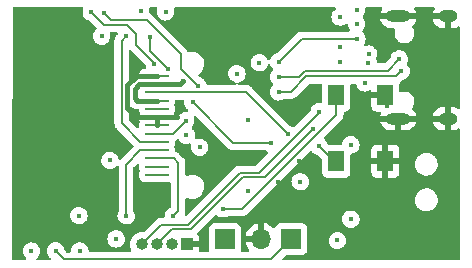
<source format=gbr>
%TF.GenerationSoftware,KiCad,Pcbnew,(6.0.2)*%
%TF.CreationDate,2022-02-27T22:40:51+08:00*%
%TF.ProjectId,PlantCare,506c616e-7443-4617-9265-2e6b69636164,rev?*%
%TF.SameCoordinates,Original*%
%TF.FileFunction,Copper,L4,Bot*%
%TF.FilePolarity,Positive*%
%FSLAX46Y46*%
G04 Gerber Fmt 4.6, Leading zero omitted, Abs format (unit mm)*
G04 Created by KiCad (PCBNEW (6.0.2)) date 2022-02-27 22:40:51*
%MOMM*%
%LPD*%
G01*
G04 APERTURE LIST*
%TA.AperFunction,ComponentPad*%
%ADD10R,1.000000X1.000000*%
%TD*%
%TA.AperFunction,ComponentPad*%
%ADD11O,1.000000X1.000000*%
%TD*%
%TA.AperFunction,ComponentPad*%
%ADD12R,1.700000X1.700000*%
%TD*%
%TA.AperFunction,ComponentPad*%
%ADD13O,1.600000X1.000000*%
%TD*%
%TA.AperFunction,ComponentPad*%
%ADD14O,2.100000X1.000000*%
%TD*%
%TA.AperFunction,ComponentPad*%
%ADD15O,1.700000X1.700000*%
%TD*%
%TA.AperFunction,BGAPad,CuDef*%
%ADD16R,1.350000X1.800000*%
%TD*%
%TA.AperFunction,SMDPad,CuDef*%
%ADD17R,2.000000X0.200000*%
%TD*%
%TA.AperFunction,ViaPad*%
%ADD18C,0.450000*%
%TD*%
%TA.AperFunction,Conductor*%
%ADD19C,0.400000*%
%TD*%
%TA.AperFunction,Conductor*%
%ADD20C,0.200000*%
%TD*%
G04 APERTURE END LIST*
D10*
%TO.P,J2,1,GND*%
%TO.N,GND*%
X128000000Y-109100000D03*
D11*
%TO.P,J2,2,GPIO0*%
%TO.N,/GPIO0*%
X126730000Y-109100000D03*
%TO.P,J2,3,RXD*%
%TO.N,/RXD*%
X125460000Y-109100000D03*
%TO.P,J2,4,TXD*%
%TO.N,/TXD*%
X124190000Y-109100000D03*
%TD*%
D12*
%TO.P,J5,1,Pin_1*%
%TO.N,/control*%
X131230000Y-108690000D03*
%TD*%
D13*
%TO.P,J3,S1,SHIELD*%
%TO.N,GND*%
X150081507Y-98460000D03*
X150081507Y-89820000D03*
D14*
X145901507Y-89820000D03*
X145901507Y-98460000D03*
%TD*%
D12*
%TO.P,J4,1,Pin_1*%
%TO.N,+BATT*%
X136855000Y-108660000D03*
D15*
%TO.P,J4,2,Pin_2*%
%TO.N,GND*%
X134315000Y-108660000D03*
%TD*%
D16*
%TO.P,SW3,1,1*%
%TO.N,Net-(R7-Pad2)*%
X140665000Y-102080000D03*
%TO.P,SW3,2,2*%
%TO.N,GND*%
X144815000Y-102080000D03*
%TD*%
%TO.P,SW2,1,1*%
%TO.N,Net-(R5-Pad2)*%
X140665000Y-96460000D03*
%TO.P,SW2,2,2*%
%TO.N,GND*%
X144815000Y-96460000D03*
%TD*%
D17*
%TO.P,J1,1,TP0*%
%TO.N,unconnected-(J1-Pad1)*%
X125480000Y-103240000D03*
%TO.P,J1,2,TP1*%
%TO.N,unconnected-(J1-Pad2)*%
X125480000Y-102540000D03*
%TO.P,J1,3,SDA*%
%TO.N,/GPIO13*%
X125480000Y-101840000D03*
%TO.P,J1,4,SCL*%
%TO.N,/GPIO14*%
X125480000Y-101140000D03*
%TO.P,J1,5,RS*%
%TO.N,/GPIO0*%
X125480000Y-100440000D03*
%TO.P,J1,6,RES*%
%TO.N,/GPIO2*%
X125480000Y-99740000D03*
%TO.P,J1,7,CS*%
%TO.N,GND*%
X125480000Y-99040000D03*
%TO.P,J1,8,GND*%
X125480000Y-98340000D03*
%TO.P,J1,9,NC*%
%TO.N,unconnected-(J1-Pad9)*%
X125480000Y-97640000D03*
%TO.P,J1,10,VCC*%
%TO.N,+3V3*%
X125480000Y-96940000D03*
%TO.P,J1,11,LEDK*%
%TO.N,Net-(J1-Pad11)*%
X125480000Y-96240000D03*
%TO.P,J1,12,LEDA*%
%TO.N,+3V3*%
X125480000Y-95540000D03*
%TO.P,J1,13,GND*%
%TO.N,GND*%
X125480000Y-94840000D03*
%TD*%
D18*
%TO.N,+3V3*%
X140750000Y-108780000D03*
X125480000Y-95540000D03*
X133150000Y-104575000D03*
X124100000Y-89375500D03*
X127700000Y-95250000D03*
X122025000Y-108650000D03*
X141890000Y-106980000D03*
X118950000Y-109675000D03*
X141890000Y-100680000D03*
X126200000Y-89425000D03*
X114850000Y-109675000D03*
%TO.N,GND*%
X117950000Y-109675000D03*
X144986507Y-97390000D03*
X127195126Y-98339989D03*
X128875000Y-91500000D03*
X113850000Y-109675000D03*
X135702000Y-103846000D03*
X139590000Y-106980000D03*
X142835000Y-108790000D03*
X135780000Y-89850000D03*
X144825000Y-102075000D03*
X133175000Y-101575000D03*
X128300000Y-89450000D03*
X137500000Y-102050000D03*
%TO.N,Net-(C5-Pad1)*%
X142381507Y-90460000D03*
X142371507Y-89290000D03*
X143081507Y-95440000D03*
X140991507Y-89860000D03*
%TO.N,Net-(C7-Pad1)*%
X142400000Y-91700000D03*
X135771507Y-93660000D03*
%TO.N,/GPIO13*%
X126860000Y-106680000D03*
%TO.N,/GPIO14*%
X122860000Y-106680000D03*
%TO.N,/GPIO0*%
X122860000Y-91480000D03*
%TO.N,/GPIO2*%
X127900000Y-98650000D03*
X126450000Y-94300000D03*
X124900000Y-91550000D03*
%TO.N,Net-(J1-Pad11)*%
X136600000Y-99800000D03*
%TO.N,/RXD*%
X138663366Y-99378391D03*
X143400000Y-93000000D03*
%TO.N,/TXD*%
X143374750Y-93767006D03*
X139200000Y-97900000D03*
%TO.N,Net-(J3-PadA6)*%
X135771507Y-94930000D03*
X145990000Y-93410000D03*
%TO.N,Net-(J3-PadA7)*%
X146150000Y-94450000D03*
X135771507Y-96200000D03*
%TO.N,+BATT*%
X116898750Y-109670000D03*
%TO.N,Net-(Q1-Pad1)*%
X135100000Y-100550000D03*
X125250000Y-93850000D03*
X128500000Y-97100000D03*
X119920000Y-89440000D03*
%TO.N,Net-(Q2-Pad2)*%
X141000000Y-92400000D03*
X132241507Y-94660000D03*
%TO.N,/EN*%
X121500000Y-102000000D03*
X133191507Y-98590000D03*
X118860000Y-106680000D03*
%TO.N,Net-(Q3-Pad2)*%
X141000000Y-93700000D03*
X134141507Y-93724500D03*
%TO.N,/GPIO4*%
X127970880Y-99870880D03*
X129100000Y-100900000D03*
X120800000Y-91493648D03*
X127970879Y-99870879D03*
X137600000Y-103800000D03*
X127970878Y-99870878D03*
%TO.N,Net-(R5-Pad2)*%
X131100000Y-106100000D03*
%TO.N,Net-(R7-Pad2)*%
X139200000Y-100800000D03*
X128950000Y-95700000D03*
X121000000Y-89500000D03*
%TD*%
D19*
%TO.N,+3V3*%
X127410000Y-95540000D02*
X127700000Y-95250000D01*
X123580489Y-96739511D02*
X123580489Y-95919511D01*
X125480000Y-96940000D02*
X123780978Y-96940000D01*
X123780978Y-96940000D02*
X123580489Y-96739511D01*
X125480000Y-95540000D02*
X127410000Y-95540000D01*
X123580489Y-95919511D02*
X123960000Y-95540000D01*
X123960000Y-95540000D02*
X125480000Y-95540000D01*
%TO.N,GND*%
X125480000Y-99040000D02*
X125480000Y-98340000D01*
X122980978Y-97540000D02*
X123780978Y-98340000D01*
X144815000Y-102080000D02*
X144820000Y-102080000D01*
X123780978Y-94840000D02*
X122980978Y-95640000D01*
X144820000Y-102080000D02*
X144825000Y-102075000D01*
X123780978Y-98340000D02*
X125480000Y-98340000D01*
X122980978Y-95640000D02*
X122980978Y-97540000D01*
X125480000Y-98340000D02*
X127195115Y-98340000D01*
X125480000Y-94840000D02*
X123780978Y-94840000D01*
X127195115Y-98340000D02*
X127195126Y-98339989D01*
D20*
%TO.N,Net-(C7-Pad1)*%
X142400000Y-91700000D02*
X137731507Y-91700000D01*
X137731507Y-91700000D02*
X135771507Y-93660000D01*
%TO.N,/GPIO13*%
X127279511Y-102239511D02*
X127279511Y-106260489D01*
X126880000Y-101840000D02*
X127279511Y-102239511D01*
X127279511Y-106260489D02*
X126860000Y-106680000D01*
X125480000Y-101840000D02*
X126880000Y-101840000D01*
%TO.N,/GPIO14*%
X122860000Y-102360000D02*
X122860000Y-106680000D01*
X125480000Y-101140000D02*
X124080000Y-101140000D01*
X124080000Y-101140000D02*
X122860000Y-102360000D01*
%TO.N,/GPIO0*%
X124080000Y-100440000D02*
X122481467Y-98841467D01*
X125480000Y-100440000D02*
X124080000Y-100440000D01*
X122481467Y-91858533D02*
X122860000Y-91480000D01*
X122481467Y-98841467D02*
X122481467Y-91858533D01*
%TO.N,/GPIO2*%
X125480000Y-99740000D02*
X126810000Y-99740000D01*
X124900000Y-91550000D02*
X124900000Y-92750000D01*
X126810000Y-99740000D02*
X127900000Y-98650000D01*
X124900000Y-92750000D02*
X126450000Y-94300000D01*
%TO.N,Net-(J1-Pad11)*%
X125480000Y-96240000D02*
X133040000Y-96240000D01*
X133040000Y-96240000D02*
X136600000Y-99800000D01*
%TO.N,/RXD*%
X134592246Y-103449511D02*
X138663366Y-99378391D01*
X125460000Y-109100000D02*
X126710000Y-107850000D01*
X128350000Y-107850000D02*
X132750489Y-103449511D01*
X126710000Y-107850000D02*
X128350000Y-107850000D01*
X132750489Y-103449511D02*
X134592246Y-103449511D01*
%TO.N,/TXD*%
X139200000Y-97950000D02*
X139200000Y-97900000D01*
X125839511Y-107450489D02*
X128099511Y-107450489D01*
X128099511Y-107450489D02*
X132500000Y-103050000D01*
X134100000Y-103050000D02*
X139200000Y-97950000D01*
X124190000Y-109100000D02*
X125839511Y-107450489D01*
X132500000Y-103050000D02*
X134100000Y-103050000D01*
%TO.N,Net-(J3-PadA6)*%
X145990000Y-93410000D02*
X145000000Y-94400000D01*
X145000000Y-94400000D02*
X138000000Y-94400000D01*
X138000000Y-94400000D02*
X137470000Y-94930000D01*
X137470000Y-94930000D02*
X135771507Y-94930000D01*
%TO.N,Net-(J3-PadA7)*%
X145700000Y-94900000D02*
X146150000Y-94450000D01*
X136800000Y-96200000D02*
X138100000Y-94900000D01*
X135771507Y-96200000D02*
X136800000Y-96200000D01*
X138100000Y-94900000D02*
X145700000Y-94900000D01*
%TO.N,+BATT*%
X117575000Y-110350000D02*
X135165000Y-110350000D01*
X116898750Y-109670000D02*
X116898750Y-109673750D01*
X116898750Y-109673750D02*
X117575000Y-110350000D01*
X135165000Y-110350000D02*
X136855000Y-108660000D01*
%TO.N,Net-(Q1-Pad1)*%
X135050000Y-100500000D02*
X135100000Y-100550000D01*
X125250000Y-93850000D02*
X125250000Y-93750000D01*
X128500000Y-97100000D02*
X131900000Y-100500000D01*
X122899511Y-90499511D02*
X120979511Y-90499511D01*
X125250000Y-93750000D02*
X123700000Y-92200000D01*
X123700000Y-92200000D02*
X123700000Y-91300000D01*
X120979511Y-90499511D02*
X119920000Y-89440000D01*
X131900000Y-100500000D02*
X135050000Y-100500000D01*
X123700000Y-91300000D02*
X122899511Y-90499511D01*
%TO.N,Net-(R5-Pad2)*%
X140665000Y-98118515D02*
X132683515Y-106100000D01*
X132683515Y-106100000D02*
X131100000Y-106100000D01*
X140665000Y-96460000D02*
X140665000Y-98118515D01*
%TO.N,Net-(R7-Pad2)*%
X140480000Y-102080000D02*
X139200000Y-100800000D01*
X140665000Y-102080000D02*
X140480000Y-102080000D01*
X121000000Y-89500000D02*
X121600000Y-90100000D01*
X124600000Y-90100000D02*
X127480479Y-92980479D01*
X121600000Y-90100000D02*
X124600000Y-90100000D01*
X127480479Y-94230479D02*
X128950000Y-95700000D01*
X127480479Y-92980479D02*
X127480479Y-94230479D01*
%TD*%
%TA.AperFunction,Conductor*%
%TO.N,GND*%
G36*
X144498789Y-89048002D02*
G01*
X144545282Y-89101658D01*
X144555386Y-89171932D01*
X144527752Y-89234316D01*
X144515724Y-89248855D01*
X144508863Y-89259027D01*
X144420703Y-89422076D01*
X144415951Y-89433381D01*
X144380257Y-89548692D01*
X144380051Y-89562795D01*
X144386806Y-89566000D01*
X147409431Y-89566000D01*
X147422962Y-89562027D01*
X147424082Y-89554232D01*
X147392369Y-89446479D01*
X147387776Y-89435111D01*
X147301900Y-89270846D01*
X147295182Y-89260579D01*
X147272969Y-89232951D01*
X147245873Y-89167328D01*
X147258557Y-89097474D01*
X147306994Y-89045566D01*
X147371166Y-89028000D01*
X148860668Y-89028000D01*
X148928789Y-89048002D01*
X148975282Y-89101658D01*
X148985386Y-89171932D01*
X148957752Y-89234316D01*
X148945724Y-89248855D01*
X148938863Y-89259027D01*
X148850703Y-89422076D01*
X148845951Y-89433381D01*
X148810257Y-89548692D01*
X148810051Y-89562795D01*
X148816806Y-89566000D01*
X150209507Y-89566000D01*
X150277628Y-89586002D01*
X150324121Y-89639658D01*
X150335507Y-89692000D01*
X150335507Y-90809885D01*
X150339982Y-90825124D01*
X150341372Y-90826329D01*
X150349055Y-90828000D01*
X150428164Y-90828000D01*
X150434312Y-90827699D01*
X150572110Y-90814188D01*
X150584145Y-90811805D01*
X150761583Y-90758233D01*
X150772923Y-90753559D01*
X150936586Y-90666539D01*
X150946271Y-90660104D01*
X151014079Y-90639066D01*
X151082497Y-90658027D01*
X151129802Y-90710968D01*
X151142000Y-90765051D01*
X151142000Y-97514909D01*
X151121998Y-97583030D01*
X151068342Y-97629523D01*
X150998068Y-97639627D01*
X150954611Y-97622695D01*
X150953749Y-97624262D01*
X150785922Y-97531998D01*
X150774649Y-97527166D01*
X150597969Y-97471120D01*
X150585975Y-97468570D01*
X150441746Y-97452393D01*
X150434722Y-97452000D01*
X150353622Y-97452000D01*
X150338383Y-97456475D01*
X150337178Y-97457865D01*
X150335507Y-97465548D01*
X150335507Y-99449885D01*
X150339982Y-99465124D01*
X150341372Y-99466329D01*
X150349055Y-99468000D01*
X150428164Y-99468000D01*
X150434312Y-99467699D01*
X150572110Y-99454188D01*
X150584145Y-99451805D01*
X150761583Y-99398233D01*
X150772923Y-99393559D01*
X150936586Y-99306539D01*
X150946271Y-99300104D01*
X151014079Y-99279066D01*
X151082497Y-99298027D01*
X151129802Y-99350968D01*
X151142000Y-99405051D01*
X151142000Y-110346000D01*
X151121998Y-110414121D01*
X151068342Y-110460614D01*
X151016000Y-110472000D01*
X136207739Y-110472000D01*
X136139618Y-110451998D01*
X136093125Y-110398342D01*
X136083021Y-110328068D01*
X136112515Y-110263488D01*
X136118644Y-110256905D01*
X136320144Y-110055405D01*
X136382456Y-110021379D01*
X136409239Y-110018500D01*
X137753134Y-110018500D01*
X137815316Y-110011745D01*
X137951705Y-109960615D01*
X138068261Y-109873261D01*
X138155615Y-109756705D01*
X138206745Y-109620316D01*
X138213500Y-109558134D01*
X138213500Y-108769694D01*
X140011931Y-108769694D01*
X140027989Y-108933468D01*
X140079932Y-109089615D01*
X140092770Y-109110813D01*
X140155069Y-109213679D01*
X140165179Y-109230373D01*
X140279491Y-109348747D01*
X140417189Y-109438854D01*
X140571428Y-109496215D01*
X140578409Y-109497146D01*
X140578411Y-109497147D01*
X140727561Y-109517048D01*
X140727565Y-109517048D01*
X140734542Y-109517979D01*
X140741553Y-109517341D01*
X140741557Y-109517341D01*
X140891403Y-109503704D01*
X140891404Y-109503704D01*
X140898424Y-109503065D01*
X140927062Y-109493760D01*
X141048230Y-109454390D01*
X141048233Y-109454389D01*
X141054929Y-109452213D01*
X141196279Y-109367951D01*
X141315449Y-109254468D01*
X141319350Y-109248597D01*
X141402614Y-109123275D01*
X141402615Y-109123273D01*
X141406515Y-109117403D01*
X141464951Y-108963568D01*
X141483378Y-108832452D01*
X141487302Y-108804534D01*
X141487303Y-108804527D01*
X141487853Y-108800610D01*
X141488141Y-108780000D01*
X141469798Y-108616466D01*
X141463998Y-108599809D01*
X141428421Y-108497648D01*
X141415680Y-108461060D01*
X141379155Y-108402607D01*
X141332209Y-108327479D01*
X141328476Y-108321505D01*
X141256661Y-108249187D01*
X141217486Y-108209737D01*
X141217482Y-108209734D01*
X141212522Y-108204739D01*
X141073580Y-108116563D01*
X140991369Y-108087289D01*
X140925189Y-108063723D01*
X140925187Y-108063722D01*
X140918555Y-108061361D01*
X140911569Y-108060528D01*
X140911565Y-108060527D01*
X140797071Y-108046875D01*
X140755153Y-108041877D01*
X140748150Y-108042613D01*
X140748149Y-108042613D01*
X140704935Y-108047155D01*
X140591495Y-108059078D01*
X140584827Y-108061348D01*
X140442382Y-108109840D01*
X140442379Y-108109841D01*
X140435715Y-108112110D01*
X140352564Y-108163265D01*
X140301841Y-108194470D01*
X140295555Y-108198337D01*
X140283914Y-108209737D01*
X140183084Y-108308477D01*
X140177982Y-108313473D01*
X140088838Y-108451797D01*
X140086427Y-108458420D01*
X140086426Y-108458423D01*
X140034966Y-108599809D01*
X140034965Y-108599814D01*
X140032556Y-108606432D01*
X140011931Y-108769694D01*
X138213500Y-108769694D01*
X138213500Y-107761866D01*
X138206745Y-107699684D01*
X138155615Y-107563295D01*
X138068261Y-107446739D01*
X137951705Y-107359385D01*
X137815316Y-107308255D01*
X137753134Y-107301500D01*
X135956866Y-107301500D01*
X135894684Y-107308255D01*
X135758295Y-107359385D01*
X135641739Y-107446739D01*
X135554385Y-107563295D01*
X135551233Y-107571703D01*
X135551232Y-107571705D01*
X135509722Y-107682433D01*
X135467081Y-107739198D01*
X135400519Y-107763898D01*
X135331170Y-107748691D01*
X135298546Y-107723004D01*
X135247799Y-107667234D01*
X135240273Y-107660215D01*
X135073139Y-107528222D01*
X135064552Y-107522517D01*
X134878117Y-107419599D01*
X134868705Y-107415369D01*
X134667959Y-107344280D01*
X134657988Y-107341646D01*
X134586837Y-107328972D01*
X134573540Y-107330432D01*
X134569000Y-107344989D01*
X134569000Y-108788000D01*
X134548998Y-108856121D01*
X134495342Y-108902614D01*
X134443000Y-108914000D01*
X132998225Y-108914000D01*
X132984694Y-108917973D01*
X132983257Y-108927966D01*
X133013565Y-109062446D01*
X133016645Y-109072275D01*
X133096770Y-109269603D01*
X133101413Y-109278794D01*
X133212694Y-109460388D01*
X133218771Y-109468691D01*
X133274480Y-109533003D01*
X133303962Y-109597588D01*
X133293847Y-109667861D01*
X133247346Y-109721509D01*
X133179242Y-109741500D01*
X132712268Y-109741500D01*
X132644147Y-109721498D01*
X132597654Y-109667842D01*
X132587006Y-109601891D01*
X132588500Y-109588134D01*
X132588500Y-108394183D01*
X132979389Y-108394183D01*
X132980912Y-108402607D01*
X132993292Y-108406000D01*
X134042885Y-108406000D01*
X134058124Y-108401525D01*
X134059329Y-108400135D01*
X134061000Y-108392452D01*
X134061000Y-107343102D01*
X134057082Y-107329758D01*
X134042806Y-107327771D01*
X134004324Y-107333660D01*
X133994288Y-107336051D01*
X133791868Y-107402212D01*
X133782359Y-107406209D01*
X133593463Y-107504542D01*
X133584738Y-107510036D01*
X133414433Y-107637905D01*
X133406726Y-107644748D01*
X133259590Y-107798717D01*
X133253104Y-107806727D01*
X133133098Y-107982649D01*
X133128000Y-107991623D01*
X133038338Y-108184783D01*
X133034775Y-108194470D01*
X132979389Y-108394183D01*
X132588500Y-108394183D01*
X132588500Y-107791866D01*
X132581745Y-107729684D01*
X132530615Y-107593295D01*
X132443261Y-107476739D01*
X132326705Y-107389385D01*
X132190316Y-107338255D01*
X132128134Y-107331500D01*
X130331866Y-107331500D01*
X130269684Y-107338255D01*
X130133295Y-107389385D01*
X130016739Y-107476739D01*
X129929385Y-107593295D01*
X129878255Y-107729684D01*
X129871500Y-107791866D01*
X129871500Y-109588134D01*
X129872994Y-109601891D01*
X129860469Y-109671771D01*
X129812149Y-109723788D01*
X129747732Y-109741500D01*
X129134000Y-109741500D01*
X129065879Y-109721498D01*
X129019386Y-109667842D01*
X129008000Y-109615500D01*
X129008000Y-109372115D01*
X129003525Y-109356876D01*
X129002135Y-109355671D01*
X128994452Y-109354000D01*
X127872000Y-109354000D01*
X127803879Y-109333998D01*
X127757386Y-109280342D01*
X127746000Y-109228000D01*
X127746000Y-108972000D01*
X127766002Y-108903879D01*
X127819658Y-108857386D01*
X127872000Y-108846000D01*
X128989884Y-108846000D01*
X129005123Y-108841525D01*
X129006328Y-108840135D01*
X129007999Y-108832452D01*
X129007999Y-108555331D01*
X129007629Y-108548510D01*
X129002105Y-108497648D01*
X128998479Y-108482396D01*
X128953324Y-108361946D01*
X128944786Y-108346352D01*
X128911517Y-108301961D01*
X128886669Y-108235455D01*
X128901722Y-108166072D01*
X128923248Y-108137301D01*
X130090855Y-106969694D01*
X141151931Y-106969694D01*
X141167989Y-107133468D01*
X141219932Y-107289615D01*
X141223581Y-107295640D01*
X141290545Y-107406209D01*
X141305179Y-107430373D01*
X141419491Y-107548747D01*
X141557189Y-107638854D01*
X141711428Y-107696215D01*
X141718409Y-107697146D01*
X141718411Y-107697147D01*
X141867561Y-107717048D01*
X141867565Y-107717048D01*
X141874542Y-107717979D01*
X141881553Y-107717341D01*
X141881557Y-107717341D01*
X142031403Y-107703704D01*
X142031404Y-107703704D01*
X142038424Y-107703065D01*
X142071601Y-107692285D01*
X142188230Y-107654390D01*
X142188233Y-107654389D01*
X142194929Y-107652213D01*
X142336279Y-107567951D01*
X142455449Y-107454468D01*
X142460584Y-107446739D01*
X142542614Y-107323275D01*
X142542615Y-107323273D01*
X142546515Y-107317403D01*
X142604951Y-107163568D01*
X142624668Y-107023275D01*
X142627302Y-107004534D01*
X142627303Y-107004527D01*
X142627853Y-107000610D01*
X142628141Y-106980000D01*
X142609798Y-106816466D01*
X142603998Y-106799809D01*
X142575844Y-106718963D01*
X142555680Y-106661060D01*
X142542559Y-106640061D01*
X142472209Y-106527479D01*
X142468476Y-106521505D01*
X142410499Y-106463122D01*
X142357486Y-106409737D01*
X142357482Y-106409734D01*
X142352522Y-106404739D01*
X142213580Y-106316563D01*
X142134770Y-106288500D01*
X142065189Y-106263723D01*
X142065187Y-106263722D01*
X142058555Y-106261361D01*
X142051569Y-106260528D01*
X142051565Y-106260527D01*
X141928137Y-106245810D01*
X141895153Y-106241877D01*
X141888150Y-106242613D01*
X141888149Y-106242613D01*
X141844935Y-106247155D01*
X141731495Y-106259078D01*
X141724827Y-106261348D01*
X141582382Y-106309840D01*
X141582379Y-106309841D01*
X141575715Y-106312110D01*
X141435555Y-106398337D01*
X141317982Y-106513473D01*
X141228838Y-106651797D01*
X141226427Y-106658420D01*
X141226426Y-106658423D01*
X141174966Y-106799809D01*
X141174965Y-106799814D01*
X141172556Y-106806432D01*
X141151931Y-106969694D01*
X130090855Y-106969694D01*
X130422057Y-106638492D01*
X130484369Y-106604466D01*
X130555184Y-106609531D01*
X130601788Y-106640060D01*
X130629491Y-106668747D01*
X130767189Y-106758854D01*
X130921428Y-106816215D01*
X130928409Y-106817146D01*
X130928411Y-106817147D01*
X131077561Y-106837048D01*
X131077565Y-106837048D01*
X131084542Y-106837979D01*
X131091553Y-106837341D01*
X131091557Y-106837341D01*
X131241403Y-106823704D01*
X131241404Y-106823704D01*
X131248424Y-106823065D01*
X131319998Y-106799809D01*
X131398230Y-106774390D01*
X131398233Y-106774389D01*
X131404929Y-106772213D01*
X131481997Y-106726271D01*
X131546515Y-106708500D01*
X132635379Y-106708500D01*
X132651822Y-106709578D01*
X132683515Y-106713750D01*
X132691704Y-106712672D01*
X132723389Y-106708501D01*
X132723399Y-106708500D01*
X132723400Y-106708500D01*
X132829923Y-106694476D01*
X132834179Y-106693916D01*
X132834181Y-106693915D01*
X132842366Y-106692838D01*
X132990391Y-106631524D01*
X133025654Y-106604466D01*
X133085587Y-106558477D01*
X133085590Y-106558474D01*
X133110949Y-106539015D01*
X133117502Y-106533987D01*
X133127080Y-106521505D01*
X133136967Y-106508621D01*
X133147834Y-106496230D01*
X134267000Y-105377064D01*
X147317707Y-105377064D01*
X147346825Y-105569599D01*
X147349028Y-105575585D01*
X147349029Y-105575591D01*
X147411860Y-105746360D01*
X147411862Y-105746365D01*
X147414063Y-105752346D01*
X147516674Y-105917840D01*
X147521055Y-105922473D01*
X147521056Y-105922474D01*
X147610031Y-106016563D01*
X147650466Y-106059322D01*
X147655696Y-106062984D01*
X147655697Y-106062985D01*
X147713225Y-106103266D01*
X147809975Y-106171011D01*
X147815838Y-106173548D01*
X147982825Y-106245810D01*
X147982829Y-106245811D01*
X147988684Y-106248345D01*
X147994931Y-106249650D01*
X147994934Y-106249651D01*
X148174557Y-106287176D01*
X148174562Y-106287177D01*
X148179293Y-106288165D01*
X148185685Y-106288500D01*
X148328663Y-106288500D01*
X148397951Y-106281462D01*
X148467378Y-106274410D01*
X148467379Y-106274410D01*
X148473727Y-106273765D01*
X148530061Y-106256111D01*
X148653451Y-106217444D01*
X148653456Y-106217442D01*
X148659541Y-106215535D01*
X148746475Y-106167346D01*
X148824271Y-106124223D01*
X148824274Y-106124221D01*
X148829850Y-106121130D01*
X148834691Y-106116981D01*
X148834695Y-106116978D01*
X148972855Y-105998560D01*
X148977698Y-105994409D01*
X149097046Y-105840547D01*
X149137779Y-105757768D01*
X149180200Y-105671556D01*
X149183018Y-105665829D01*
X149184628Y-105659649D01*
X149230492Y-105483575D01*
X149230492Y-105483572D01*
X149232102Y-105477393D01*
X149242293Y-105282936D01*
X149213175Y-105090401D01*
X149210972Y-105084415D01*
X149210971Y-105084409D01*
X149148140Y-104913640D01*
X149148138Y-104913635D01*
X149145937Y-104907654D01*
X149043326Y-104742160D01*
X148939817Y-104632701D01*
X148913919Y-104605315D01*
X148909534Y-104600678D01*
X148750025Y-104488989D01*
X148659125Y-104449653D01*
X148577175Y-104414190D01*
X148577171Y-104414189D01*
X148571316Y-104411655D01*
X148565069Y-104410350D01*
X148565066Y-104410349D01*
X148385443Y-104372824D01*
X148385438Y-104372823D01*
X148380707Y-104371835D01*
X148374315Y-104371500D01*
X148231337Y-104371500D01*
X148162049Y-104378538D01*
X148092622Y-104385590D01*
X148092621Y-104385590D01*
X148086273Y-104386235D01*
X148069297Y-104391555D01*
X147906549Y-104442556D01*
X147906544Y-104442558D01*
X147900459Y-104444465D01*
X147850401Y-104472213D01*
X147735729Y-104535777D01*
X147735726Y-104535779D01*
X147730150Y-104538870D01*
X147725309Y-104543019D01*
X147725305Y-104543022D01*
X147662311Y-104597015D01*
X147582302Y-104665591D01*
X147462954Y-104819453D01*
X147460138Y-104825176D01*
X147460136Y-104825179D01*
X147416608Y-104913640D01*
X147376982Y-104994171D01*
X147375373Y-105000349D01*
X147375372Y-105000351D01*
X147330134Y-105174024D01*
X147327898Y-105182607D01*
X147324445Y-105248500D01*
X147319253Y-105347568D01*
X147317707Y-105377064D01*
X134267000Y-105377064D01*
X135854370Y-103789694D01*
X136861931Y-103789694D01*
X136877989Y-103953468D01*
X136929932Y-104109615D01*
X137015179Y-104250373D01*
X137129491Y-104368747D01*
X137267189Y-104458854D01*
X137421428Y-104516215D01*
X137428409Y-104517146D01*
X137428411Y-104517147D01*
X137577561Y-104537048D01*
X137577565Y-104537048D01*
X137584542Y-104537979D01*
X137591553Y-104537341D01*
X137591557Y-104537341D01*
X137741403Y-104523704D01*
X137741404Y-104523704D01*
X137748424Y-104523065D01*
X137842019Y-104492654D01*
X137898230Y-104474390D01*
X137898233Y-104474389D01*
X137904929Y-104472213D01*
X138046279Y-104387951D01*
X138165449Y-104274468D01*
X138183649Y-104247075D01*
X138252614Y-104143275D01*
X138252615Y-104143273D01*
X138256515Y-104137403D01*
X138314951Y-103983568D01*
X138331433Y-103866294D01*
X138337302Y-103824534D01*
X138337303Y-103824527D01*
X138337853Y-103820610D01*
X138338141Y-103800000D01*
X138319798Y-103636466D01*
X138313998Y-103619809D01*
X138267998Y-103487717D01*
X138265680Y-103481060D01*
X138258697Y-103469884D01*
X138182209Y-103347479D01*
X138178476Y-103341505D01*
X138111207Y-103273765D01*
X138067486Y-103229737D01*
X138067482Y-103229734D01*
X138062522Y-103224739D01*
X137923580Y-103136563D01*
X137868579Y-103116978D01*
X137775189Y-103083723D01*
X137775187Y-103083722D01*
X137768555Y-103081361D01*
X137761569Y-103080528D01*
X137761565Y-103080527D01*
X137647071Y-103066875D01*
X137605153Y-103061877D01*
X137598150Y-103062613D01*
X137598149Y-103062613D01*
X137554935Y-103067155D01*
X137441495Y-103079078D01*
X137427850Y-103083723D01*
X137292382Y-103129840D01*
X137292379Y-103129841D01*
X137285715Y-103132110D01*
X137145555Y-103218337D01*
X137114912Y-103248345D01*
X137033171Y-103328392D01*
X137027982Y-103333473D01*
X136938838Y-103471797D01*
X136936427Y-103478420D01*
X136936426Y-103478423D01*
X136884966Y-103619809D01*
X136884965Y-103619814D01*
X136882556Y-103626432D01*
X136861931Y-103789694D01*
X135854370Y-103789694D01*
X138418009Y-101226055D01*
X138480321Y-101192029D01*
X138551136Y-101197094D01*
X138607020Y-101238928D01*
X138607231Y-101238766D01*
X138607813Y-101239522D01*
X138607972Y-101239641D01*
X138608442Y-101240339D01*
X138611532Y-101244352D01*
X138615179Y-101250373D01*
X138620070Y-101255438D01*
X138620071Y-101255439D01*
X138627465Y-101263096D01*
X138729491Y-101368747D01*
X138867189Y-101458854D01*
X139021428Y-101516215D01*
X139028414Y-101517147D01*
X139032055Y-101518055D01*
X139090669Y-101551218D01*
X139444595Y-101905144D01*
X139478621Y-101967456D01*
X139481500Y-101994239D01*
X139481500Y-103028134D01*
X139488255Y-103090316D01*
X139539385Y-103226705D01*
X139626739Y-103343261D01*
X139743295Y-103430615D01*
X139879684Y-103481745D01*
X139941866Y-103488500D01*
X141388134Y-103488500D01*
X141450316Y-103481745D01*
X141586705Y-103430615D01*
X141703261Y-103343261D01*
X141790615Y-103226705D01*
X141841745Y-103090316D01*
X141848500Y-103028134D01*
X141848500Y-103024669D01*
X143632001Y-103024669D01*
X143632371Y-103031490D01*
X143637895Y-103082352D01*
X143641521Y-103097604D01*
X143686676Y-103218054D01*
X143695214Y-103233649D01*
X143771715Y-103335724D01*
X143784276Y-103348285D01*
X143886351Y-103424786D01*
X143901946Y-103433324D01*
X144022394Y-103478478D01*
X144037649Y-103482105D01*
X144088514Y-103487631D01*
X144095328Y-103488000D01*
X144542885Y-103488000D01*
X144558124Y-103483525D01*
X144559329Y-103482135D01*
X144561000Y-103474452D01*
X144561000Y-103469884D01*
X145069000Y-103469884D01*
X145073475Y-103485123D01*
X145074865Y-103486328D01*
X145082548Y-103487999D01*
X145534669Y-103487999D01*
X145541490Y-103487629D01*
X145592352Y-103482105D01*
X145607604Y-103478479D01*
X145728054Y-103433324D01*
X145743649Y-103424786D01*
X145845724Y-103348285D01*
X145858285Y-103335724D01*
X145934786Y-103233649D01*
X145943324Y-103218054D01*
X145988478Y-103097606D01*
X145992105Y-103082351D01*
X145997631Y-103031486D01*
X145998000Y-103024672D01*
X145998000Y-102377064D01*
X147317707Y-102377064D01*
X147346825Y-102569599D01*
X147349028Y-102575585D01*
X147349029Y-102575591D01*
X147411860Y-102746360D01*
X147411862Y-102746365D01*
X147414063Y-102752346D01*
X147516674Y-102917840D01*
X147521055Y-102922473D01*
X147521056Y-102922474D01*
X147629868Y-103037540D01*
X147650466Y-103059322D01*
X147655696Y-103062984D01*
X147655697Y-103062985D01*
X147705141Y-103097606D01*
X147809975Y-103171011D01*
X147815838Y-103173548D01*
X147982825Y-103245810D01*
X147982829Y-103245811D01*
X147988684Y-103248345D01*
X147994931Y-103249650D01*
X147994934Y-103249651D01*
X148174557Y-103287176D01*
X148174562Y-103287177D01*
X148179293Y-103288165D01*
X148185685Y-103288500D01*
X148328663Y-103288500D01*
X148397951Y-103281462D01*
X148467378Y-103274410D01*
X148467379Y-103274410D01*
X148473727Y-103273765D01*
X148556895Y-103247702D01*
X148653451Y-103217444D01*
X148653456Y-103217442D01*
X148659541Y-103215535D01*
X148795195Y-103140340D01*
X148824271Y-103124223D01*
X148824274Y-103124221D01*
X148829850Y-103121130D01*
X148834691Y-103116981D01*
X148834695Y-103116978D01*
X148972855Y-102998560D01*
X148977698Y-102994409D01*
X149097046Y-102840547D01*
X149137779Y-102757768D01*
X149180200Y-102671556D01*
X149183018Y-102665829D01*
X149184835Y-102658854D01*
X149230492Y-102483575D01*
X149230492Y-102483572D01*
X149232102Y-102477393D01*
X149238907Y-102347548D01*
X149241959Y-102289317D01*
X149241959Y-102289313D01*
X149242293Y-102282936D01*
X149213175Y-102090401D01*
X149210972Y-102084415D01*
X149210971Y-102084409D01*
X149148140Y-101913640D01*
X149148138Y-101913635D01*
X149145937Y-101907654D01*
X149084077Y-101807885D01*
X149046688Y-101747582D01*
X149046687Y-101747581D01*
X149043326Y-101742160D01*
X148976788Y-101671797D01*
X148913919Y-101605315D01*
X148909534Y-101600678D01*
X148853311Y-101561310D01*
X148755259Y-101492654D01*
X148750025Y-101488989D01*
X148671467Y-101454994D01*
X148577175Y-101414190D01*
X148577171Y-101414189D01*
X148571316Y-101411655D01*
X148565069Y-101410350D01*
X148565066Y-101410349D01*
X148385443Y-101372824D01*
X148385438Y-101372823D01*
X148380707Y-101371835D01*
X148374315Y-101371500D01*
X148231337Y-101371500D01*
X148162049Y-101378538D01*
X148092622Y-101385590D01*
X148092621Y-101385590D01*
X148086273Y-101386235D01*
X148039518Y-101400887D01*
X147906549Y-101442556D01*
X147906544Y-101442558D01*
X147900459Y-101444465D01*
X147859297Y-101467282D01*
X147735729Y-101535777D01*
X147735726Y-101535779D01*
X147730150Y-101538870D01*
X147725309Y-101543019D01*
X147725305Y-101543022D01*
X147634459Y-101620887D01*
X147582302Y-101665591D01*
X147462954Y-101819453D01*
X147460138Y-101825176D01*
X147460136Y-101825179D01*
X147394817Y-101957925D01*
X147376982Y-101994171D01*
X147375373Y-102000349D01*
X147375372Y-102000351D01*
X147352261Y-102089078D01*
X147327898Y-102182607D01*
X147327564Y-102188986D01*
X147319015Y-102352115D01*
X147317707Y-102377064D01*
X145998000Y-102377064D01*
X145998000Y-102352115D01*
X145993525Y-102336876D01*
X145992135Y-102335671D01*
X145984452Y-102334000D01*
X145087115Y-102334000D01*
X145071876Y-102338475D01*
X145070671Y-102339865D01*
X145069000Y-102347548D01*
X145069000Y-103469884D01*
X144561000Y-103469884D01*
X144561000Y-102352115D01*
X144556525Y-102336876D01*
X144555135Y-102335671D01*
X144547452Y-102334000D01*
X143650116Y-102334000D01*
X143634877Y-102338475D01*
X143633672Y-102339865D01*
X143632001Y-102347548D01*
X143632001Y-103024669D01*
X141848500Y-103024669D01*
X141848500Y-101807885D01*
X143632000Y-101807885D01*
X143636475Y-101823124D01*
X143637865Y-101824329D01*
X143645548Y-101826000D01*
X144542885Y-101826000D01*
X144558124Y-101821525D01*
X144559329Y-101820135D01*
X144561000Y-101812452D01*
X144561000Y-101807885D01*
X145069000Y-101807885D01*
X145073475Y-101823124D01*
X145074865Y-101824329D01*
X145082548Y-101826000D01*
X145979884Y-101826000D01*
X145995123Y-101821525D01*
X145996328Y-101820135D01*
X145997999Y-101812452D01*
X145997999Y-101135331D01*
X145997629Y-101128510D01*
X145992105Y-101077648D01*
X145988479Y-101062396D01*
X145943324Y-100941946D01*
X145934786Y-100926351D01*
X145858285Y-100824276D01*
X145845724Y-100811715D01*
X145743649Y-100735214D01*
X145728054Y-100726676D01*
X145607606Y-100681522D01*
X145592351Y-100677895D01*
X145541486Y-100672369D01*
X145534672Y-100672000D01*
X145087115Y-100672000D01*
X145071876Y-100676475D01*
X145070671Y-100677865D01*
X145069000Y-100685548D01*
X145069000Y-101807885D01*
X144561000Y-101807885D01*
X144561000Y-100690116D01*
X144556525Y-100674877D01*
X144555135Y-100673672D01*
X144547452Y-100672001D01*
X144095331Y-100672001D01*
X144088510Y-100672371D01*
X144037648Y-100677895D01*
X144022396Y-100681521D01*
X143901946Y-100726676D01*
X143886351Y-100735214D01*
X143784276Y-100811715D01*
X143771715Y-100824276D01*
X143695214Y-100926351D01*
X143686676Y-100941946D01*
X143641522Y-101062394D01*
X143637895Y-101077649D01*
X143632369Y-101128514D01*
X143632000Y-101135328D01*
X143632000Y-101807885D01*
X141848500Y-101807885D01*
X141848500Y-101535403D01*
X141868502Y-101467282D01*
X141922158Y-101420789D01*
X141963080Y-101409922D01*
X142031404Y-101403704D01*
X142031405Y-101403704D01*
X142038424Y-101403065D01*
X142104723Y-101381523D01*
X142188230Y-101354390D01*
X142188233Y-101354389D01*
X142194929Y-101352213D01*
X142336279Y-101267951D01*
X142455449Y-101154468D01*
X142459350Y-101148597D01*
X142542614Y-101023275D01*
X142542615Y-101023273D01*
X142546515Y-101017403D01*
X142604951Y-100863568D01*
X142615753Y-100786705D01*
X142627302Y-100704534D01*
X142627303Y-100704527D01*
X142627853Y-100700610D01*
X142628000Y-100690116D01*
X142628086Y-100683962D01*
X142628086Y-100683956D01*
X142628141Y-100680000D01*
X142609798Y-100516466D01*
X142603998Y-100499809D01*
X142557998Y-100367717D01*
X142555680Y-100361060D01*
X142530805Y-100321251D01*
X142472209Y-100227479D01*
X142468476Y-100221505D01*
X142408596Y-100161206D01*
X142357486Y-100109737D01*
X142357482Y-100109734D01*
X142352522Y-100104739D01*
X142213580Y-100016563D01*
X142096125Y-99974739D01*
X142065189Y-99963723D01*
X142065187Y-99963722D01*
X142058555Y-99961361D01*
X142051569Y-99960528D01*
X142051565Y-99960527D01*
X141937071Y-99946875D01*
X141895153Y-99941877D01*
X141888150Y-99942613D01*
X141888149Y-99942613D01*
X141844935Y-99947155D01*
X141731495Y-99959078D01*
X141724827Y-99961348D01*
X141582382Y-100009840D01*
X141582379Y-100009841D01*
X141575715Y-100012110D01*
X141435555Y-100098337D01*
X141423914Y-100109737D01*
X141353857Y-100178342D01*
X141317982Y-100213473D01*
X141228838Y-100351797D01*
X141226427Y-100358420D01*
X141226426Y-100358423D01*
X141174966Y-100499809D01*
X141174965Y-100499814D01*
X141172556Y-100506432D01*
X141170404Y-100523465D01*
X141165625Y-100561293D01*
X141137242Y-100626370D01*
X141078182Y-100665770D01*
X141040619Y-100671500D01*
X140021541Y-100671500D01*
X139953420Y-100651498D01*
X139906927Y-100597842D01*
X139902558Y-100586960D01*
X139865680Y-100481060D01*
X139853310Y-100461263D01*
X139782209Y-100347479D01*
X139778476Y-100341505D01*
X139674264Y-100236563D01*
X139667486Y-100229737D01*
X139667482Y-100229734D01*
X139662522Y-100224739D01*
X139646534Y-100214592D01*
X139599736Y-100161206D01*
X139589229Y-100090991D01*
X139618351Y-100026242D01*
X139624952Y-100019112D01*
X140918296Y-98725768D01*
X144378932Y-98725768D01*
X144410645Y-98833521D01*
X144415238Y-98844889D01*
X144501114Y-99009154D01*
X144507828Y-99019415D01*
X144623975Y-99163873D01*
X144632553Y-99172632D01*
X144774546Y-99291778D01*
X144784666Y-99298708D01*
X144947092Y-99388002D01*
X144958365Y-99392834D01*
X145135045Y-99448880D01*
X145147039Y-99451430D01*
X145291268Y-99467607D01*
X145298292Y-99468000D01*
X145629392Y-99468000D01*
X145644631Y-99463525D01*
X145645836Y-99462135D01*
X145647507Y-99454452D01*
X145647507Y-99449885D01*
X146155507Y-99449885D01*
X146159982Y-99465124D01*
X146161372Y-99466329D01*
X146169055Y-99468000D01*
X146498164Y-99468000D01*
X146504312Y-99467699D01*
X146642110Y-99454188D01*
X146654145Y-99451805D01*
X146831583Y-99398233D01*
X146842923Y-99393559D01*
X147006584Y-99306540D01*
X147016801Y-99299751D01*
X147160440Y-99182603D01*
X147169144Y-99173959D01*
X147287291Y-99031144D01*
X147294151Y-99020973D01*
X147382311Y-98857924D01*
X147387063Y-98846619D01*
X147422757Y-98731308D01*
X147422838Y-98725768D01*
X148808932Y-98725768D01*
X148840645Y-98833521D01*
X148845238Y-98844889D01*
X148931114Y-99009154D01*
X148937828Y-99019415D01*
X149053975Y-99163873D01*
X149062553Y-99172632D01*
X149204546Y-99291778D01*
X149214666Y-99298708D01*
X149377092Y-99388002D01*
X149388365Y-99392834D01*
X149565045Y-99448880D01*
X149577039Y-99451430D01*
X149721268Y-99467607D01*
X149728292Y-99468000D01*
X149809392Y-99468000D01*
X149824631Y-99463525D01*
X149825836Y-99462135D01*
X149827507Y-99454452D01*
X149827507Y-98732115D01*
X149823032Y-98716876D01*
X149821642Y-98715671D01*
X149813959Y-98714000D01*
X148823583Y-98714000D01*
X148810052Y-98717973D01*
X148808932Y-98725768D01*
X147422838Y-98725768D01*
X147422963Y-98717205D01*
X147416208Y-98714000D01*
X146173622Y-98714000D01*
X146158383Y-98718475D01*
X146157178Y-98719865D01*
X146155507Y-98727548D01*
X146155507Y-99449885D01*
X145647507Y-99449885D01*
X145647507Y-98732115D01*
X145643032Y-98716876D01*
X145641642Y-98715671D01*
X145633959Y-98714000D01*
X144393583Y-98714000D01*
X144380052Y-98717973D01*
X144378932Y-98725768D01*
X140918296Y-98725768D01*
X141061234Y-98582830D01*
X141073625Y-98571963D01*
X141092437Y-98557528D01*
X141098987Y-98552502D01*
X141123474Y-98520590D01*
X141123477Y-98520587D01*
X141196523Y-98425391D01*
X141196524Y-98425390D01*
X141214125Y-98382899D01*
X141254678Y-98284994D01*
X141257838Y-98277365D01*
X141268006Y-98200135D01*
X141273500Y-98158400D01*
X141273500Y-98158393D01*
X141277672Y-98126703D01*
X141278750Y-98118515D01*
X141274578Y-98086822D01*
X141273500Y-98070379D01*
X141273500Y-97993884D01*
X141293502Y-97925763D01*
X141347158Y-97879270D01*
X141388207Y-97869174D01*
X141388134Y-97868500D01*
X141450316Y-97861745D01*
X141586705Y-97810615D01*
X141703261Y-97723261D01*
X141790615Y-97606705D01*
X141841745Y-97470316D01*
X141848500Y-97408134D01*
X141848500Y-95634500D01*
X141868502Y-95566379D01*
X141922158Y-95519886D01*
X141974500Y-95508500D01*
X142240357Y-95508500D01*
X142308478Y-95528502D01*
X142354971Y-95582158D01*
X142359915Y-95594728D01*
X142372148Y-95631502D01*
X142411439Y-95749615D01*
X142415088Y-95755640D01*
X142489449Y-95878423D01*
X142496686Y-95890373D01*
X142610998Y-96008747D01*
X142748696Y-96098854D01*
X142902935Y-96156215D01*
X142909916Y-96157146D01*
X142909918Y-96157147D01*
X143059068Y-96177048D01*
X143059072Y-96177048D01*
X143066049Y-96177979D01*
X143073060Y-96177341D01*
X143073064Y-96177341D01*
X143222910Y-96163704D01*
X143222911Y-96163704D01*
X143229931Y-96163065D01*
X143303472Y-96139170D01*
X143379737Y-96114390D01*
X143379740Y-96114389D01*
X143386436Y-96112213D01*
X143392487Y-96108606D01*
X143392489Y-96108605D01*
X143441483Y-96079399D01*
X143510237Y-96061699D01*
X143577647Y-96083981D01*
X143622309Y-96139170D01*
X143632000Y-96187628D01*
X143632000Y-96187885D01*
X143636475Y-96203124D01*
X143637865Y-96204329D01*
X143645548Y-96206000D01*
X144943000Y-96206000D01*
X145011121Y-96226002D01*
X145057614Y-96279658D01*
X145069000Y-96332000D01*
X145069000Y-96588000D01*
X145048998Y-96656121D01*
X144995342Y-96702614D01*
X144943000Y-96714000D01*
X143650116Y-96714000D01*
X143634877Y-96718475D01*
X143633672Y-96719865D01*
X143632001Y-96727548D01*
X143632001Y-97404669D01*
X143632371Y-97411490D01*
X143637895Y-97462352D01*
X143641521Y-97477604D01*
X143686676Y-97598054D01*
X143695214Y-97613649D01*
X143771715Y-97715724D01*
X143784276Y-97728285D01*
X143886351Y-97804786D01*
X143901946Y-97813324D01*
X144022394Y-97858478D01*
X144037649Y-97862105D01*
X144088514Y-97867631D01*
X144095328Y-97868000D01*
X144314272Y-97868000D01*
X144382393Y-97888002D01*
X144428886Y-97941658D01*
X144438990Y-98011932D01*
X144425106Y-98053931D01*
X144420705Y-98062069D01*
X144415951Y-98073381D01*
X144380257Y-98188692D01*
X144380051Y-98202795D01*
X144386806Y-98206000D01*
X147409431Y-98206000D01*
X147420346Y-98202795D01*
X148810051Y-98202795D01*
X148816806Y-98206000D01*
X149809392Y-98206000D01*
X149824631Y-98201525D01*
X149825836Y-98200135D01*
X149827507Y-98192452D01*
X149827507Y-97470115D01*
X149823032Y-97454876D01*
X149821642Y-97453671D01*
X149813959Y-97452000D01*
X149734850Y-97452000D01*
X149728702Y-97452301D01*
X149590904Y-97465812D01*
X149578869Y-97468195D01*
X149401431Y-97521767D01*
X149390091Y-97526441D01*
X149226430Y-97613460D01*
X149216213Y-97620249D01*
X149072574Y-97737397D01*
X149063870Y-97746041D01*
X148945723Y-97888856D01*
X148938863Y-97899027D01*
X148850703Y-98062076D01*
X148845951Y-98073381D01*
X148810257Y-98188692D01*
X148810051Y-98202795D01*
X147420346Y-98202795D01*
X147422962Y-98202027D01*
X147424082Y-98194232D01*
X147392369Y-98086479D01*
X147387776Y-98075111D01*
X147301900Y-97910846D01*
X147295186Y-97900585D01*
X147179039Y-97756127D01*
X147170462Y-97747368D01*
X147118397Y-97703681D01*
X147079071Y-97644572D01*
X147077944Y-97573584D01*
X147095176Y-97536336D01*
X147115036Y-97507114D01*
X147171784Y-97423612D01*
X147239037Y-97255466D01*
X147240151Y-97248738D01*
X147240152Y-97248734D01*
X147267500Y-97083539D01*
X147267500Y-97083536D01*
X147268615Y-97076802D01*
X147263710Y-96983198D01*
X147259494Y-96902766D01*
X147259137Y-96895953D01*
X147248919Y-96858854D01*
X147212859Y-96727941D01*
X147211046Y-96721359D01*
X147126585Y-96561164D01*
X147122180Y-96555951D01*
X147122177Y-96555947D01*
X147014101Y-96428057D01*
X147014097Y-96428053D01*
X147009694Y-96422843D01*
X147004269Y-96418695D01*
X146871250Y-96316994D01*
X146871246Y-96316991D01*
X146865829Y-96312850D01*
X146716651Y-96243287D01*
X146707876Y-96239195D01*
X146707873Y-96239194D01*
X146701699Y-96236315D01*
X146695051Y-96234829D01*
X146695048Y-96234828D01*
X146530001Y-96197936D01*
X146530002Y-96197936D01*
X146524964Y-96196810D01*
X146519419Y-96196500D01*
X146386263Y-96196500D01*
X146251470Y-96211143D01*
X146245006Y-96213318D01*
X146245003Y-96213319D01*
X146185322Y-96233404D01*
X146176674Y-96236315D01*
X146164188Y-96240517D01*
X146093246Y-96243287D01*
X146032067Y-96207264D01*
X146000076Y-96143883D01*
X145997999Y-96121098D01*
X145997999Y-95515330D01*
X145997588Y-95507743D01*
X146013877Y-95438640D01*
X146046698Y-95400968D01*
X146102072Y-95358477D01*
X146102075Y-95358474D01*
X146133987Y-95333987D01*
X146143715Y-95321310D01*
X146153452Y-95308621D01*
X146164319Y-95296230D01*
X146260828Y-95199721D01*
X146310987Y-95168983D01*
X146448230Y-95124390D01*
X146448233Y-95124389D01*
X146454929Y-95122213D01*
X146596279Y-95037951D01*
X146715449Y-94924468D01*
X146719654Y-94918139D01*
X146802614Y-94793275D01*
X146802615Y-94793273D01*
X146806515Y-94787403D01*
X146864951Y-94633568D01*
X146880601Y-94522213D01*
X146887302Y-94474534D01*
X146887303Y-94474527D01*
X146887853Y-94470610D01*
X146888141Y-94450000D01*
X146869798Y-94286466D01*
X146815680Y-94131060D01*
X146789859Y-94089737D01*
X146732209Y-93997479D01*
X146728476Y-93991505D01*
X146723512Y-93986506D01*
X146654611Y-93917122D01*
X146620804Y-93854691D01*
X146626116Y-93783893D01*
X146639069Y-93758610D01*
X146640338Y-93756700D01*
X146646515Y-93747403D01*
X146704951Y-93593568D01*
X146723669Y-93460381D01*
X146727302Y-93434534D01*
X146727303Y-93434527D01*
X146727853Y-93430610D01*
X146728141Y-93410000D01*
X146709798Y-93246466D01*
X146705274Y-93233473D01*
X146679741Y-93160153D01*
X146655680Y-93091060D01*
X146603918Y-93008223D01*
X146572209Y-92957479D01*
X146568476Y-92951505D01*
X146484133Y-92866571D01*
X146457486Y-92839737D01*
X146457482Y-92839734D01*
X146452522Y-92834739D01*
X146313580Y-92746563D01*
X146264447Y-92729068D01*
X146165189Y-92693723D01*
X146165187Y-92693722D01*
X146158555Y-92691361D01*
X146151569Y-92690528D01*
X146151565Y-92690527D01*
X146022048Y-92675084D01*
X145995153Y-92671877D01*
X145988150Y-92672613D01*
X145988149Y-92672613D01*
X145964640Y-92675084D01*
X145831495Y-92689078D01*
X145824827Y-92691348D01*
X145682382Y-92739840D01*
X145682379Y-92739841D01*
X145675715Y-92742110D01*
X145591098Y-92794167D01*
X145546459Y-92821629D01*
X145535555Y-92828337D01*
X145496512Y-92866571D01*
X145425399Y-92936210D01*
X145417982Y-92943473D01*
X145328838Y-93081797D01*
X145326427Y-93088420D01*
X145326426Y-93088423D01*
X145307965Y-93139145D01*
X145272556Y-93236432D01*
X145271886Y-93241739D01*
X145238856Y-93300595D01*
X144784856Y-93754595D01*
X144722544Y-93788621D01*
X144695761Y-93791500D01*
X144228296Y-93791500D01*
X144160175Y-93771498D01*
X144113682Y-93717842D01*
X144103081Y-93679545D01*
X144095333Y-93610471D01*
X144094548Y-93603472D01*
X144041246Y-93450409D01*
X144037733Y-93379501D01*
X144050544Y-93350126D01*
X144049396Y-93349536D01*
X144052613Y-93343275D01*
X144056515Y-93337403D01*
X144114951Y-93183568D01*
X144124119Y-93118337D01*
X144137302Y-93024534D01*
X144137303Y-93024527D01*
X144137853Y-93020610D01*
X144138059Y-93005861D01*
X144138086Y-93003962D01*
X144138086Y-93003956D01*
X144138141Y-93000000D01*
X144119798Y-92836466D01*
X144117263Y-92829185D01*
X144089806Y-92750340D01*
X144065680Y-92681060D01*
X144056928Y-92667053D01*
X143982209Y-92547479D01*
X143978476Y-92541505D01*
X143883398Y-92445761D01*
X143867486Y-92429737D01*
X143867482Y-92429734D01*
X143862522Y-92424739D01*
X143723580Y-92336563D01*
X143587062Y-92287951D01*
X143575189Y-92283723D01*
X143575187Y-92283722D01*
X143568555Y-92281361D01*
X143561569Y-92280528D01*
X143561565Y-92280527D01*
X143447071Y-92266875D01*
X143405153Y-92261877D01*
X143398150Y-92262613D01*
X143398149Y-92262613D01*
X143354935Y-92267155D01*
X143241495Y-92279078D01*
X143145322Y-92311818D01*
X143074390Y-92314836D01*
X143013087Y-92279026D01*
X142980875Y-92215758D01*
X142987982Y-92145118D01*
X142999769Y-92122813D01*
X143052614Y-92043275D01*
X143052615Y-92043273D01*
X143056515Y-92037403D01*
X143114951Y-91883568D01*
X143137853Y-91720610D01*
X143138141Y-91700000D01*
X143119798Y-91536466D01*
X143103741Y-91490355D01*
X143067998Y-91387717D01*
X143065680Y-91381060D01*
X143031945Y-91327072D01*
X142982209Y-91247479D01*
X142978476Y-91241505D01*
X142940436Y-91203198D01*
X142897111Y-91159570D01*
X142863304Y-91097139D01*
X142868616Y-91026342D01*
X142899626Y-90979540D01*
X142941850Y-90939332D01*
X142941857Y-90939324D01*
X142946956Y-90934468D01*
X142961894Y-90911985D01*
X143034121Y-90803275D01*
X143034122Y-90803273D01*
X143038022Y-90797403D01*
X143096458Y-90643568D01*
X143111802Y-90534390D01*
X143118809Y-90484534D01*
X143118810Y-90484527D01*
X143119360Y-90480610D01*
X143119648Y-90460000D01*
X143101305Y-90296466D01*
X143047187Y-90141060D01*
X143022349Y-90101310D01*
X143012637Y-90085768D01*
X144378932Y-90085768D01*
X144410645Y-90193521D01*
X144415238Y-90204889D01*
X144501114Y-90369154D01*
X144507828Y-90379415D01*
X144623975Y-90523873D01*
X144632553Y-90532632D01*
X144774546Y-90651778D01*
X144784666Y-90658708D01*
X144947092Y-90748002D01*
X144958365Y-90752834D01*
X145135045Y-90808880D01*
X145147039Y-90811430D01*
X145291268Y-90827607D01*
X145298292Y-90828000D01*
X145516484Y-90828000D01*
X145584605Y-90848002D01*
X145631098Y-90901658D01*
X145641202Y-90971932D01*
X145633473Y-91000792D01*
X145623977Y-91024534D01*
X145622863Y-91031262D01*
X145622862Y-91031266D01*
X145597963Y-91181669D01*
X145594399Y-91203198D01*
X145594756Y-91210015D01*
X145594756Y-91210019D01*
X145600702Y-91323463D01*
X145603877Y-91384047D01*
X145605688Y-91390620D01*
X145605688Y-91390623D01*
X145629058Y-91475466D01*
X145651968Y-91558641D01*
X145736429Y-91718836D01*
X145740834Y-91724049D01*
X145740837Y-91724053D01*
X145848913Y-91851943D01*
X145848917Y-91851947D01*
X145853320Y-91857157D01*
X145858744Y-91861304D01*
X145858745Y-91861305D01*
X145991764Y-91963006D01*
X145991768Y-91963009D01*
X145997185Y-91967150D01*
X146083879Y-92007576D01*
X146155138Y-92040805D01*
X146155141Y-92040806D01*
X146161315Y-92043685D01*
X146167963Y-92045171D01*
X146167966Y-92045172D01*
X146273928Y-92068857D01*
X146338050Y-92083190D01*
X146343595Y-92083500D01*
X146476751Y-92083500D01*
X146611544Y-92068857D01*
X146729697Y-92029094D01*
X146776711Y-92013272D01*
X146776713Y-92013271D01*
X146783182Y-92011094D01*
X146938412Y-91917823D01*
X146943369Y-91913135D01*
X146943372Y-91913133D01*
X147065034Y-91798082D01*
X147065036Y-91798080D01*
X147069992Y-91793393D01*
X147073824Y-91787755D01*
X147073827Y-91787751D01*
X147167949Y-91649255D01*
X147171784Y-91643612D01*
X147239037Y-91475466D01*
X147240151Y-91468738D01*
X147240152Y-91468734D01*
X147267500Y-91303539D01*
X147267500Y-91303536D01*
X147268615Y-91296802D01*
X147267002Y-91266013D01*
X147259494Y-91122766D01*
X147259137Y-91115953D01*
X147256950Y-91108011D01*
X147212859Y-90947941D01*
X147211046Y-90941359D01*
X147126585Y-90781164D01*
X147122180Y-90775951D01*
X147122177Y-90775947D01*
X147103813Y-90754217D01*
X147075121Y-90689276D01*
X147086094Y-90619132D01*
X147120415Y-90575246D01*
X147160440Y-90542603D01*
X147169144Y-90533959D01*
X147287291Y-90391144D01*
X147294151Y-90380973D01*
X147382311Y-90217924D01*
X147387063Y-90206619D01*
X147422757Y-90091308D01*
X147422838Y-90085768D01*
X148808932Y-90085768D01*
X148840645Y-90193521D01*
X148845238Y-90204889D01*
X148931114Y-90369154D01*
X148937828Y-90379415D01*
X149053975Y-90523873D01*
X149062553Y-90532632D01*
X149204546Y-90651778D01*
X149214666Y-90658708D01*
X149377092Y-90748002D01*
X149388365Y-90752834D01*
X149565045Y-90808880D01*
X149577039Y-90811430D01*
X149721268Y-90827607D01*
X149728292Y-90828000D01*
X149809392Y-90828000D01*
X149824631Y-90823525D01*
X149825836Y-90822135D01*
X149827507Y-90814452D01*
X149827507Y-90092115D01*
X149823032Y-90076876D01*
X149821642Y-90075671D01*
X149813959Y-90074000D01*
X148823583Y-90074000D01*
X148810052Y-90077973D01*
X148808932Y-90085768D01*
X147422838Y-90085768D01*
X147422963Y-90077205D01*
X147416208Y-90074000D01*
X144393583Y-90074000D01*
X144380052Y-90077973D01*
X144378932Y-90085768D01*
X143012637Y-90085768D01*
X142963716Y-90007479D01*
X142959983Y-90001505D01*
X142918473Y-89959704D01*
X142884666Y-89897273D01*
X142889978Y-89826475D01*
X142920986Y-89779676D01*
X142936956Y-89764468D01*
X142961233Y-89727929D01*
X143024121Y-89633275D01*
X143024122Y-89633273D01*
X143028022Y-89627403D01*
X143086458Y-89473568D01*
X143097344Y-89396110D01*
X143108809Y-89314534D01*
X143108810Y-89314527D01*
X143109360Y-89310610D01*
X143109502Y-89300430D01*
X143109593Y-89293962D01*
X143109593Y-89293956D01*
X143109648Y-89290000D01*
X143095969Y-89168045D01*
X143108253Y-89098119D01*
X143156392Y-89045935D01*
X143221184Y-89028000D01*
X144430668Y-89028000D01*
X144498789Y-89048002D01*
G37*
%TD.AperFunction*%
%TA.AperFunction,Conductor*%
G36*
X119177513Y-89048002D02*
G01*
X119224006Y-89101658D01*
X119234110Y-89171932D01*
X119227794Y-89197089D01*
X119202556Y-89266432D01*
X119181931Y-89429694D01*
X119197989Y-89593468D01*
X119249932Y-89749615D01*
X119253581Y-89755640D01*
X119329163Y-89880439D01*
X119335179Y-89890373D01*
X119449491Y-90008747D01*
X119587189Y-90098854D01*
X119741428Y-90156215D01*
X119748414Y-90157147D01*
X119752055Y-90158055D01*
X119810669Y-90191218D01*
X120349762Y-90730311D01*
X120383788Y-90792623D01*
X120378723Y-90863438D01*
X120344184Y-90910585D01*
X120345555Y-90911985D01*
X120256522Y-90999173D01*
X120227982Y-91027121D01*
X120138838Y-91165445D01*
X120136427Y-91172068D01*
X120136426Y-91172071D01*
X120084966Y-91313457D01*
X120084965Y-91313462D01*
X120082556Y-91320080D01*
X120061931Y-91483342D01*
X120077989Y-91647116D01*
X120129932Y-91803263D01*
X120133581Y-91809288D01*
X120192558Y-91906669D01*
X120215179Y-91944021D01*
X120220070Y-91949086D01*
X120220071Y-91949087D01*
X120237514Y-91967150D01*
X120329491Y-92062395D01*
X120467189Y-92152502D01*
X120621428Y-92209863D01*
X120628409Y-92210794D01*
X120628411Y-92210795D01*
X120777561Y-92230696D01*
X120777565Y-92230696D01*
X120784542Y-92231627D01*
X120791553Y-92230989D01*
X120791557Y-92230989D01*
X120941403Y-92217352D01*
X120941404Y-92217352D01*
X120948424Y-92216713D01*
X120977062Y-92207408D01*
X121098230Y-92168038D01*
X121098233Y-92168037D01*
X121104929Y-92165861D01*
X121246279Y-92081599D01*
X121365449Y-91968116D01*
X121381458Y-91944021D01*
X121452614Y-91836923D01*
X121452615Y-91836921D01*
X121456515Y-91831051D01*
X121514951Y-91677216D01*
X121531525Y-91559287D01*
X121537302Y-91518182D01*
X121537303Y-91518175D01*
X121537853Y-91514258D01*
X121538141Y-91493648D01*
X121519798Y-91330114D01*
X121500761Y-91275447D01*
X121497247Y-91204539D01*
X121532628Y-91142987D01*
X121595670Y-91110334D01*
X121619752Y-91108011D01*
X122034829Y-91108011D01*
X122102950Y-91128013D01*
X122149443Y-91181669D01*
X122159547Y-91251943D01*
X122153230Y-91277105D01*
X122142556Y-91306432D01*
X122141886Y-91311739D01*
X122108856Y-91370595D01*
X122085233Y-91394218D01*
X122072842Y-91405085D01*
X122047480Y-91424546D01*
X122022993Y-91456458D01*
X122022990Y-91456461D01*
X122022984Y-91456469D01*
X121961600Y-91536466D01*
X121949943Y-91551657D01*
X121946783Y-91559287D01*
X121895207Y-91683802D01*
X121888629Y-91699682D01*
X121886842Y-91713259D01*
X121872967Y-91818648D01*
X121872967Y-91818653D01*
X121867717Y-91858533D01*
X121868795Y-91866721D01*
X121871889Y-91890223D01*
X121872967Y-91906669D01*
X121872967Y-98793331D01*
X121871889Y-98809774D01*
X121867717Y-98841467D01*
X121872967Y-98881347D01*
X121872967Y-98881352D01*
X121883282Y-98959704D01*
X121888629Y-99000318D01*
X121949943Y-99148343D01*
X121954970Y-99154894D01*
X121954971Y-99154896D01*
X122022987Y-99243536D01*
X122022993Y-99243542D01*
X122047480Y-99275454D01*
X122054035Y-99280484D01*
X122072846Y-99294919D01*
X122085237Y-99305786D01*
X123480356Y-100700905D01*
X123514382Y-100763217D01*
X123509317Y-100834032D01*
X123480356Y-100879095D01*
X122463766Y-101895685D01*
X122451375Y-101906552D01*
X122426013Y-101926013D01*
X122424654Y-101924242D01*
X122372595Y-101952669D01*
X122301780Y-101947604D01*
X122244944Y-101905057D01*
X122223178Y-101850104D01*
X122222145Y-101850339D01*
X122220630Y-101843672D01*
X122220597Y-101843588D01*
X122219798Y-101836466D01*
X122216154Y-101826000D01*
X122186957Y-101742160D01*
X122165680Y-101681060D01*
X122078476Y-101541505D01*
X121992567Y-101454994D01*
X121967486Y-101429737D01*
X121967482Y-101429734D01*
X121962522Y-101424739D01*
X121823580Y-101336563D01*
X121744703Y-101308476D01*
X121675189Y-101283723D01*
X121675187Y-101283722D01*
X121668555Y-101281361D01*
X121661569Y-101280528D01*
X121661565Y-101280527D01*
X121547071Y-101266875D01*
X121505153Y-101261877D01*
X121498150Y-101262613D01*
X121498149Y-101262613D01*
X121463879Y-101266215D01*
X121341495Y-101279078D01*
X121334827Y-101281348D01*
X121192382Y-101329840D01*
X121192379Y-101329841D01*
X121185715Y-101332110D01*
X121097736Y-101386235D01*
X121054941Y-101412563D01*
X121045555Y-101418337D01*
X120999253Y-101463679D01*
X120940222Y-101521487D01*
X120927982Y-101533473D01*
X120838838Y-101671797D01*
X120836427Y-101678420D01*
X120836426Y-101678423D01*
X120784966Y-101819809D01*
X120784965Y-101819814D01*
X120782556Y-101826432D01*
X120761931Y-101989694D01*
X120777989Y-102153468D01*
X120829932Y-102309615D01*
X120833581Y-102315640D01*
X120909805Y-102441499D01*
X120915179Y-102450373D01*
X120920070Y-102455438D01*
X120920071Y-102455439D01*
X120963130Y-102500028D01*
X121029491Y-102568747D01*
X121167189Y-102658854D01*
X121321428Y-102716215D01*
X121328409Y-102717146D01*
X121328411Y-102717147D01*
X121477561Y-102737048D01*
X121477565Y-102737048D01*
X121484542Y-102737979D01*
X121491553Y-102737341D01*
X121491557Y-102737341D01*
X121641403Y-102723704D01*
X121641404Y-102723704D01*
X121648424Y-102723065D01*
X121755930Y-102688134D01*
X121798230Y-102674390D01*
X121798233Y-102674389D01*
X121804929Y-102672213D01*
X121946279Y-102587951D01*
X122038608Y-102500028D01*
X122101733Y-102467536D01*
X122172404Y-102474330D01*
X122228183Y-102518252D01*
X122251500Y-102591274D01*
X122251500Y-106232999D01*
X122231412Y-106301253D01*
X122198838Y-106351797D01*
X122196427Y-106358420D01*
X122196426Y-106358423D01*
X122144966Y-106499809D01*
X122144965Y-106499814D01*
X122142556Y-106506432D01*
X122121931Y-106669694D01*
X122137989Y-106833468D01*
X122189932Y-106989615D01*
X122275179Y-107130373D01*
X122389491Y-107248747D01*
X122527189Y-107338854D01*
X122681428Y-107396215D01*
X122688409Y-107397146D01*
X122688411Y-107397147D01*
X122837561Y-107417048D01*
X122837565Y-107417048D01*
X122844542Y-107417979D01*
X122851553Y-107417341D01*
X122851557Y-107417341D01*
X123001403Y-107403704D01*
X123001404Y-107403704D01*
X123008424Y-107403065D01*
X123037062Y-107393760D01*
X123158230Y-107354390D01*
X123158233Y-107354389D01*
X123164929Y-107352213D01*
X123306279Y-107267951D01*
X123425449Y-107154468D01*
X123438092Y-107135439D01*
X123512614Y-107023275D01*
X123512615Y-107023273D01*
X123516515Y-107017403D01*
X123574951Y-106863568D01*
X123589322Y-106761310D01*
X123597302Y-106704534D01*
X123597303Y-106704527D01*
X123597853Y-106700610D01*
X123598006Y-106689678D01*
X123598086Y-106683962D01*
X123598086Y-106683956D01*
X123598141Y-106680000D01*
X123579798Y-106516466D01*
X123573998Y-106499809D01*
X123542631Y-106409737D01*
X123525680Y-106361060D01*
X123516192Y-106345875D01*
X123487646Y-106300193D01*
X123468500Y-106233423D01*
X123468500Y-102664239D01*
X123488502Y-102596118D01*
X123505405Y-102575144D01*
X123756405Y-102324144D01*
X123818717Y-102290118D01*
X123889532Y-102295183D01*
X123946368Y-102337730D01*
X123971179Y-102404250D01*
X123971500Y-102413239D01*
X123971500Y-102688134D01*
X123978255Y-102750316D01*
X123981027Y-102757712D01*
X123981029Y-102757718D01*
X124014039Y-102845771D01*
X124019222Y-102916578D01*
X124014039Y-102934229D01*
X123981029Y-103022282D01*
X123981027Y-103022288D01*
X123978255Y-103029684D01*
X123971500Y-103091866D01*
X123971500Y-103388134D01*
X123978255Y-103450316D01*
X124029385Y-103586705D01*
X124116739Y-103703261D01*
X124233295Y-103790615D01*
X124369684Y-103841745D01*
X124431866Y-103848500D01*
X126528134Y-103848500D01*
X126531531Y-103848131D01*
X126534928Y-103847947D01*
X126534973Y-103848783D01*
X126601290Y-103860675D01*
X126653304Y-103908998D01*
X126671011Y-103973408D01*
X126671011Y-105879249D01*
X126651009Y-105947370D01*
X126597353Y-105993863D01*
X126585615Y-105998527D01*
X126552387Y-106009838D01*
X126552382Y-106009840D01*
X126545715Y-106012110D01*
X126539717Y-106015800D01*
X126539715Y-106015801D01*
X126532337Y-106020340D01*
X126405555Y-106098337D01*
X126287982Y-106213473D01*
X126198838Y-106351797D01*
X126196427Y-106358420D01*
X126196426Y-106358423D01*
X126144966Y-106499809D01*
X126144965Y-106499814D01*
X126142556Y-106506432D01*
X126121931Y-106669694D01*
X126125265Y-106703693D01*
X126112006Y-106773440D01*
X126063144Y-106824947D01*
X125999866Y-106841989D01*
X125887647Y-106841989D01*
X125871204Y-106840911D01*
X125839511Y-106836739D01*
X125831322Y-106837817D01*
X125799637Y-106841988D01*
X125799628Y-106841989D01*
X125799626Y-106841989D01*
X125799620Y-106841990D01*
X125799618Y-106841990D01*
X125700054Y-106855098D01*
X125688847Y-106856573D01*
X125688845Y-106856574D01*
X125680660Y-106857651D01*
X125532635Y-106918965D01*
X125486816Y-106954123D01*
X125437448Y-106992004D01*
X125437432Y-106992018D01*
X125412077Y-107011473D01*
X125412074Y-107011476D01*
X125405524Y-107016502D01*
X125400494Y-107023057D01*
X125386059Y-107041868D01*
X125375192Y-107054259D01*
X124371443Y-108058008D01*
X124309131Y-108092034D01*
X124269178Y-108094223D01*
X124203204Y-108087289D01*
X124203202Y-108087289D01*
X124197075Y-108086645D01*
X124137860Y-108092034D01*
X124006251Y-108104011D01*
X124006248Y-108104012D01*
X124000112Y-108104570D01*
X123994206Y-108106308D01*
X123994202Y-108106309D01*
X123946529Y-108120340D01*
X123810381Y-108160410D01*
X123804923Y-108163263D01*
X123804919Y-108163265D01*
X123725588Y-108204739D01*
X123635110Y-108252040D01*
X123480975Y-108375968D01*
X123353846Y-108527474D01*
X123350879Y-108532872D01*
X123350875Y-108532877D01*
X123286487Y-108650000D01*
X123258567Y-108700787D01*
X123256706Y-108706654D01*
X123256705Y-108706656D01*
X123209292Y-108856121D01*
X123198765Y-108889306D01*
X123176719Y-109085851D01*
X123177885Y-109099737D01*
X123192149Y-109269603D01*
X123193268Y-109282934D01*
X123212047Y-109348423D01*
X123238682Y-109441310D01*
X123247783Y-109473050D01*
X123289755Y-109554717D01*
X123291393Y-109557905D01*
X123304741Y-109627636D01*
X123278271Y-109693513D01*
X123220387Y-109734622D01*
X123179327Y-109741500D01*
X119808257Y-109741500D01*
X119740136Y-109721498D01*
X119693643Y-109667842D01*
X119683042Y-109629544D01*
X119678398Y-109588134D01*
X119669798Y-109511466D01*
X119666998Y-109503424D01*
X119617998Y-109362717D01*
X119615680Y-109356060D01*
X119611111Y-109348747D01*
X119532209Y-109222479D01*
X119528476Y-109216505D01*
X119523511Y-109211505D01*
X119417486Y-109104737D01*
X119417482Y-109104734D01*
X119412522Y-109099739D01*
X119273580Y-109011563D01*
X119187224Y-108980813D01*
X119125189Y-108958723D01*
X119125187Y-108958722D01*
X119118555Y-108956361D01*
X119111569Y-108955528D01*
X119111565Y-108955527D01*
X118982627Y-108940153D01*
X118955153Y-108936877D01*
X118948150Y-108937613D01*
X118948149Y-108937613D01*
X118904935Y-108942155D01*
X118791495Y-108954078D01*
X118784827Y-108956348D01*
X118642382Y-109004840D01*
X118642379Y-109004841D01*
X118635715Y-109007110D01*
X118545768Y-109062446D01*
X118509684Y-109084645D01*
X118495555Y-109093337D01*
X118377982Y-109208473D01*
X118288838Y-109346797D01*
X118286427Y-109353420D01*
X118286426Y-109353423D01*
X118234966Y-109494809D01*
X118234965Y-109494814D01*
X118232556Y-109501432D01*
X118216613Y-109627636D01*
X118216151Y-109631292D01*
X118187769Y-109696369D01*
X118128710Y-109735770D01*
X118091145Y-109741500D01*
X117879238Y-109741500D01*
X117811117Y-109721498D01*
X117790143Y-109704595D01*
X117651023Y-109565475D01*
X117618574Y-109506696D01*
X117618548Y-109506466D01*
X117564430Y-109351060D01*
X117553769Y-109333998D01*
X117480959Y-109217479D01*
X117477226Y-109211505D01*
X117419249Y-109153122D01*
X117366236Y-109099737D01*
X117366232Y-109099734D01*
X117361272Y-109094739D01*
X117222330Y-109006563D01*
X117120082Y-108970154D01*
X117073939Y-108953723D01*
X117073937Y-108953722D01*
X117067305Y-108951361D01*
X117060319Y-108950528D01*
X117060315Y-108950527D01*
X116945821Y-108936875D01*
X116903903Y-108931877D01*
X116896900Y-108932613D01*
X116896899Y-108932613D01*
X116856331Y-108936877D01*
X116740245Y-108949078D01*
X116733577Y-108951348D01*
X116591132Y-108999840D01*
X116591129Y-108999841D01*
X116584465Y-109002110D01*
X116562960Y-109015340D01*
X116453096Y-109082929D01*
X116444305Y-109088337D01*
X116381816Y-109149531D01*
X116373218Y-109157951D01*
X116326732Y-109203473D01*
X116237588Y-109341797D01*
X116235177Y-109348420D01*
X116235176Y-109348423D01*
X116183716Y-109489809D01*
X116183715Y-109489814D01*
X116181306Y-109496432D01*
X116160681Y-109659694D01*
X116176739Y-109823468D01*
X116228682Y-109979615D01*
X116232331Y-109985640D01*
X116274583Y-110055405D01*
X116313929Y-110120373D01*
X116318820Y-110125438D01*
X116318821Y-110125439D01*
X116336356Y-110143597D01*
X116428241Y-110238747D01*
X116434138Y-110242606D01*
X116439562Y-110247093D01*
X116437776Y-110249252D01*
X116475607Y-110293630D01*
X116485144Y-110363983D01*
X116455131Y-110428324D01*
X116395098Y-110466225D01*
X116360542Y-110471047D01*
X115906233Y-110470926D01*
X115393016Y-110470790D01*
X115324901Y-110450770D01*
X115278422Y-110397102D01*
X115268337Y-110326825D01*
X115297847Y-110262252D01*
X115306158Y-110253544D01*
X115410346Y-110154327D01*
X115415449Y-110149468D01*
X115434780Y-110120373D01*
X115502614Y-110018275D01*
X115502615Y-110018273D01*
X115506515Y-110012403D01*
X115564951Y-109858568D01*
X115579267Y-109756705D01*
X115587302Y-109699534D01*
X115587303Y-109699527D01*
X115587853Y-109695610D01*
X115588141Y-109675000D01*
X115569798Y-109511466D01*
X115566998Y-109503424D01*
X115517998Y-109362717D01*
X115515680Y-109356060D01*
X115511111Y-109348747D01*
X115432209Y-109222479D01*
X115428476Y-109216505D01*
X115423511Y-109211505D01*
X115317486Y-109104737D01*
X115317482Y-109104734D01*
X115312522Y-109099739D01*
X115173580Y-109011563D01*
X115087224Y-108980813D01*
X115025189Y-108958723D01*
X115025187Y-108958722D01*
X115018555Y-108956361D01*
X115011569Y-108955528D01*
X115011565Y-108955527D01*
X114882627Y-108940153D01*
X114855153Y-108936877D01*
X114848150Y-108937613D01*
X114848149Y-108937613D01*
X114804935Y-108942155D01*
X114691495Y-108954078D01*
X114684827Y-108956348D01*
X114542382Y-109004840D01*
X114542379Y-109004841D01*
X114535715Y-109007110D01*
X114445768Y-109062446D01*
X114409684Y-109084645D01*
X114395555Y-109093337D01*
X114277982Y-109208473D01*
X114188838Y-109346797D01*
X114186427Y-109353420D01*
X114186426Y-109353423D01*
X114134966Y-109494809D01*
X114134965Y-109494814D01*
X114132556Y-109501432D01*
X114111931Y-109664694D01*
X114127989Y-109828468D01*
X114179932Y-109984615D01*
X114265179Y-110125373D01*
X114379491Y-110243747D01*
X114385205Y-110247486D01*
X114424895Y-110306247D01*
X114426518Y-110377225D01*
X114389510Y-110437813D01*
X114325620Y-110468775D01*
X114304812Y-110470500D01*
X113366097Y-110470250D01*
X113297983Y-110450230D01*
X113251504Y-110396562D01*
X113240132Y-110344192D01*
X113240914Y-108639694D01*
X121286931Y-108639694D01*
X121302989Y-108803468D01*
X121354932Y-108959615D01*
X121358581Y-108965640D01*
X121433664Y-109089615D01*
X121440179Y-109100373D01*
X121445070Y-109105438D01*
X121445071Y-109105439D01*
X121457778Y-109118597D01*
X121554491Y-109218747D01*
X121692189Y-109308854D01*
X121846428Y-109366215D01*
X121853409Y-109367146D01*
X121853411Y-109367147D01*
X122002561Y-109387048D01*
X122002565Y-109387048D01*
X122009542Y-109387979D01*
X122016553Y-109387341D01*
X122016557Y-109387341D01*
X122166403Y-109373704D01*
X122166404Y-109373704D01*
X122173424Y-109373065D01*
X122232100Y-109354000D01*
X122323230Y-109324390D01*
X122323233Y-109324389D01*
X122329929Y-109322213D01*
X122471279Y-109237951D01*
X122590449Y-109124468D01*
X122595143Y-109117403D01*
X122677614Y-108993275D01*
X122677615Y-108993273D01*
X122681515Y-108987403D01*
X122739951Y-108833568D01*
X122758612Y-108700787D01*
X122762302Y-108674534D01*
X122762303Y-108674527D01*
X122762853Y-108670610D01*
X122763141Y-108650000D01*
X122744798Y-108486466D01*
X122738998Y-108469809D01*
X122707964Y-108380692D01*
X122690680Y-108331060D01*
X122684710Y-108321505D01*
X122607209Y-108197479D01*
X122603476Y-108191505D01*
X122529055Y-108116563D01*
X122492486Y-108079737D01*
X122492482Y-108079734D01*
X122487522Y-108074739D01*
X122348580Y-107986563D01*
X122299447Y-107969068D01*
X122200189Y-107933723D01*
X122200187Y-107933722D01*
X122193555Y-107931361D01*
X122186569Y-107930528D01*
X122186565Y-107930527D01*
X122072071Y-107916875D01*
X122030153Y-107911877D01*
X122023150Y-107912613D01*
X122023149Y-107912613D01*
X121979935Y-107917155D01*
X121866495Y-107929078D01*
X121859827Y-107931348D01*
X121717382Y-107979840D01*
X121717379Y-107979841D01*
X121710715Y-107982110D01*
X121695252Y-107991623D01*
X121586802Y-108058342D01*
X121570555Y-108068337D01*
X121452982Y-108183473D01*
X121363838Y-108321797D01*
X121361427Y-108328420D01*
X121361426Y-108328423D01*
X121309966Y-108469809D01*
X121309965Y-108469814D01*
X121307556Y-108476432D01*
X121286931Y-108639694D01*
X113240914Y-108639694D01*
X113241817Y-106669694D01*
X118121931Y-106669694D01*
X118137989Y-106833468D01*
X118189932Y-106989615D01*
X118275179Y-107130373D01*
X118389491Y-107248747D01*
X118527189Y-107338854D01*
X118681428Y-107396215D01*
X118688409Y-107397146D01*
X118688411Y-107397147D01*
X118837561Y-107417048D01*
X118837565Y-107417048D01*
X118844542Y-107417979D01*
X118851553Y-107417341D01*
X118851557Y-107417341D01*
X119001403Y-107403704D01*
X119001404Y-107403704D01*
X119008424Y-107403065D01*
X119037062Y-107393760D01*
X119158230Y-107354390D01*
X119158233Y-107354389D01*
X119164929Y-107352213D01*
X119306279Y-107267951D01*
X119425449Y-107154468D01*
X119438092Y-107135439D01*
X119512614Y-107023275D01*
X119512615Y-107023273D01*
X119516515Y-107017403D01*
X119574951Y-106863568D01*
X119589322Y-106761310D01*
X119597302Y-106704534D01*
X119597303Y-106704527D01*
X119597853Y-106700610D01*
X119598006Y-106689678D01*
X119598086Y-106683962D01*
X119598086Y-106683956D01*
X119598141Y-106680000D01*
X119579798Y-106516466D01*
X119573998Y-106499809D01*
X119542631Y-106409737D01*
X119525680Y-106361060D01*
X119516192Y-106345875D01*
X119442209Y-106227479D01*
X119438476Y-106221505D01*
X119341871Y-106124223D01*
X119327486Y-106109737D01*
X119327482Y-106109734D01*
X119322522Y-106104739D01*
X119183580Y-106016563D01*
X119132929Y-105998527D01*
X119035189Y-105963723D01*
X119035187Y-105963722D01*
X119028555Y-105961361D01*
X119021569Y-105960528D01*
X119021565Y-105960527D01*
X118907071Y-105946875D01*
X118865153Y-105941877D01*
X118858150Y-105942613D01*
X118858149Y-105942613D01*
X118814935Y-105947155D01*
X118701495Y-105959078D01*
X118694827Y-105961348D01*
X118552382Y-106009840D01*
X118552379Y-106009841D01*
X118545715Y-106012110D01*
X118405555Y-106098337D01*
X118287982Y-106213473D01*
X118198838Y-106351797D01*
X118196427Y-106358420D01*
X118196426Y-106358423D01*
X118144966Y-106499809D01*
X118144965Y-106499814D01*
X118142556Y-106506432D01*
X118121931Y-106669694D01*
X113241817Y-106669694D01*
X113242795Y-104535777D01*
X113249848Y-89153940D01*
X113269880Y-89085831D01*
X113323557Y-89039362D01*
X113375847Y-89028000D01*
X119109392Y-89028000D01*
X119177513Y-89048002D01*
G37*
%TD.AperFunction*%
%TA.AperFunction,Conductor*%
G36*
X128749330Y-98224399D02*
G01*
X128791818Y-98252367D01*
X131435685Y-100896234D01*
X131446552Y-100908625D01*
X131466013Y-100933987D01*
X131472563Y-100939013D01*
X131497925Y-100958474D01*
X131497928Y-100958477D01*
X131582374Y-101023275D01*
X131593124Y-101031524D01*
X131667651Y-101062394D01*
X131733522Y-101089679D01*
X131733523Y-101089679D01*
X131741149Y-101092838D01*
X131747629Y-101093691D01*
X131749334Y-101093915D01*
X131749336Y-101093916D01*
X131860107Y-101108499D01*
X131860115Y-101108500D01*
X131860116Y-101108500D01*
X131860126Y-101108501D01*
X131891811Y-101112672D01*
X131900000Y-101113750D01*
X131931693Y-101109578D01*
X131948136Y-101108500D01*
X134576270Y-101108500D01*
X134645263Y-101129068D01*
X134767189Y-101208854D01*
X134773797Y-101211311D01*
X134773798Y-101211312D01*
X134811683Y-101225402D01*
X134868559Y-101267894D01*
X134893432Y-101334391D01*
X134878407Y-101403780D01*
X134856857Y-101432594D01*
X133884856Y-102404595D01*
X133822544Y-102438621D01*
X133795761Y-102441500D01*
X132548136Y-102441500D01*
X132531690Y-102440422D01*
X132508188Y-102437328D01*
X132500000Y-102436250D01*
X132491812Y-102437328D01*
X132460129Y-102441499D01*
X132460120Y-102441500D01*
X132460115Y-102441500D01*
X132392718Y-102450373D01*
X132354238Y-102455439D01*
X132341150Y-102457162D01*
X132333523Y-102460321D01*
X132333520Y-102460322D01*
X132277383Y-102483575D01*
X132254438Y-102493079D01*
X132193124Y-102518476D01*
X132186573Y-102523503D01*
X132186571Y-102523504D01*
X132097928Y-102591523D01*
X132097925Y-102591526D01*
X132066013Y-102616013D01*
X132060983Y-102622568D01*
X132046548Y-102641379D01*
X132035681Y-102653770D01*
X128039001Y-106650450D01*
X127976689Y-106684476D01*
X127905874Y-106679411D01*
X127849038Y-106636864D01*
X127824227Y-106570344D01*
X127833497Y-106513137D01*
X127869189Y-106426968D01*
X127872349Y-106419340D01*
X127878433Y-106373124D01*
X127880021Y-106361060D01*
X127888011Y-106300375D01*
X127888011Y-106300369D01*
X127892183Y-106268678D01*
X127893261Y-106260489D01*
X127889089Y-106228796D01*
X127888011Y-106212353D01*
X127888011Y-105278508D01*
X127908013Y-105210387D01*
X127961669Y-105163894D01*
X128031943Y-105153790D01*
X128069577Y-105166376D01*
X128069722Y-105166037D01*
X128073844Y-105167804D01*
X128074715Y-105168095D01*
X128075391Y-105168467D01*
X128075395Y-105168469D01*
X128080787Y-105171433D01*
X128086654Y-105173294D01*
X128086656Y-105173295D01*
X128203585Y-105210387D01*
X128269306Y-105231235D01*
X128423227Y-105248500D01*
X128529769Y-105248500D01*
X128532825Y-105248200D01*
X128532832Y-105248200D01*
X128591340Y-105242463D01*
X128676833Y-105234080D01*
X128682734Y-105232298D01*
X128682736Y-105232298D01*
X128826191Y-105188986D01*
X128866169Y-105176916D01*
X129040796Y-105084066D01*
X129127062Y-105013709D01*
X129189287Y-104962960D01*
X129189290Y-104962957D01*
X129194062Y-104959065D01*
X129236593Y-104907654D01*
X129316201Y-104811425D01*
X129316203Y-104811421D01*
X129320130Y-104806675D01*
X129414198Y-104632701D01*
X129472682Y-104443768D01*
X129476057Y-104411655D01*
X129492711Y-104253204D01*
X129492711Y-104253202D01*
X129493355Y-104247075D01*
X129485840Y-104164500D01*
X129475989Y-104056251D01*
X129475988Y-104056248D01*
X129475430Y-104050112D01*
X129455846Y-103983568D01*
X129442751Y-103939076D01*
X129419590Y-103860381D01*
X129410294Y-103842598D01*
X129337449Y-103703261D01*
X129327960Y-103685110D01*
X129204032Y-103530975D01*
X129052526Y-103403846D01*
X129047128Y-103400879D01*
X129047123Y-103400875D01*
X128903820Y-103322095D01*
X128879213Y-103308567D01*
X128873346Y-103306706D01*
X128873344Y-103306705D01*
X128696564Y-103250627D01*
X128696563Y-103250627D01*
X128690694Y-103248765D01*
X128536773Y-103231500D01*
X128430231Y-103231500D01*
X128427175Y-103231800D01*
X128427168Y-103231800D01*
X128368660Y-103237537D01*
X128283167Y-103245920D01*
X128277266Y-103247702D01*
X128277264Y-103247702D01*
X128203947Y-103269838D01*
X128093831Y-103303084D01*
X128088397Y-103305973D01*
X128088388Y-103305977D01*
X128073165Y-103314072D01*
X128003628Y-103328392D01*
X127937387Y-103302845D01*
X127895474Y-103245540D01*
X127888011Y-103202821D01*
X127888011Y-102287647D01*
X127889089Y-102271201D01*
X127892183Y-102247699D01*
X127893261Y-102239511D01*
X127888011Y-102199631D01*
X127888011Y-102199626D01*
X127881934Y-102153468D01*
X127874402Y-102096252D01*
X127874401Y-102096250D01*
X127872349Y-102080661D01*
X127872349Y-102080660D01*
X127811035Y-101932635D01*
X127737989Y-101837440D01*
X127737985Y-101837436D01*
X127737241Y-101836466D01*
X127718527Y-101812077D01*
X127718524Y-101812074D01*
X127713498Y-101805524D01*
X127706943Y-101800494D01*
X127688132Y-101786059D01*
X127675741Y-101775192D01*
X127344315Y-101443766D01*
X127333448Y-101431375D01*
X127319013Y-101412563D01*
X127313987Y-101406013D01*
X127282075Y-101381526D01*
X127282072Y-101381523D01*
X127270450Y-101372605D01*
X127193429Y-101313504D01*
X127193427Y-101313503D01*
X127186876Y-101308476D01*
X127089040Y-101267951D01*
X127066282Y-101258524D01*
X127011001Y-101213975D01*
X126988500Y-101142115D01*
X126988500Y-100991866D01*
X126981745Y-100929684D01*
X126978973Y-100922288D01*
X126978971Y-100922282D01*
X126945961Y-100834229D01*
X126940778Y-100763422D01*
X126945961Y-100745771D01*
X126978971Y-100657718D01*
X126978973Y-100657712D01*
X126981745Y-100650316D01*
X126988500Y-100588134D01*
X126988500Y-100408890D01*
X127008502Y-100340769D01*
X127066281Y-100292481D01*
X127109249Y-100274683D01*
X127116876Y-100271524D01*
X127168486Y-100231922D01*
X127234706Y-100206321D01*
X127304255Y-100220586D01*
X127352966Y-100266612D01*
X127386057Y-100321251D01*
X127390948Y-100326316D01*
X127390949Y-100326317D01*
X127424500Y-100361060D01*
X127457939Y-100395687D01*
X127500371Y-100439627D01*
X127638069Y-100529734D01*
X127792308Y-100587095D01*
X127799289Y-100588026D01*
X127799291Y-100588027D01*
X127948441Y-100607928D01*
X127948445Y-100607928D01*
X127955422Y-100608859D01*
X127962433Y-100608221D01*
X127962437Y-100608221D01*
X128112283Y-100594584D01*
X128112284Y-100594584D01*
X128119304Y-100593945D01*
X128226859Y-100558998D01*
X128297826Y-100556970D01*
X128358624Y-100593633D01*
X128389950Y-100657345D01*
X128385031Y-100712581D01*
X128386622Y-100712966D01*
X128384967Y-100719809D01*
X128382556Y-100726432D01*
X128361931Y-100889694D01*
X128377989Y-101053468D01*
X128429932Y-101209615D01*
X128433581Y-101215640D01*
X128509103Y-101340340D01*
X128515179Y-101350373D01*
X128520070Y-101355438D01*
X128520071Y-101355439D01*
X128580465Y-101417979D01*
X128629491Y-101468747D01*
X128767189Y-101558854D01*
X128921428Y-101616215D01*
X128928409Y-101617146D01*
X128928411Y-101617147D01*
X129077561Y-101637048D01*
X129077565Y-101637048D01*
X129084542Y-101637979D01*
X129091553Y-101637341D01*
X129091557Y-101637341D01*
X129241403Y-101623704D01*
X129241404Y-101623704D01*
X129248424Y-101623065D01*
X129277062Y-101613760D01*
X129398230Y-101574390D01*
X129398233Y-101574389D01*
X129404929Y-101572213D01*
X129546279Y-101487951D01*
X129665449Y-101374468D01*
X129669350Y-101368597D01*
X129752614Y-101243275D01*
X129752615Y-101243273D01*
X129756515Y-101237403D01*
X129814951Y-101083568D01*
X129828316Y-100988469D01*
X129837302Y-100924534D01*
X129837303Y-100924527D01*
X129837853Y-100920610D01*
X129837995Y-100910430D01*
X129838086Y-100903962D01*
X129838086Y-100903956D01*
X129838141Y-100900000D01*
X129819798Y-100736466D01*
X129811615Y-100712966D01*
X129784974Y-100636466D01*
X129765680Y-100581060D01*
X129741956Y-100543093D01*
X129682209Y-100447479D01*
X129678476Y-100441505D01*
X129605201Y-100367717D01*
X129567486Y-100329737D01*
X129567482Y-100329734D01*
X129562522Y-100324739D01*
X129423580Y-100236563D01*
X129338651Y-100206321D01*
X129275189Y-100183723D01*
X129275187Y-100183722D01*
X129268555Y-100181361D01*
X129261569Y-100180528D01*
X129261565Y-100180527D01*
X129147071Y-100166875D01*
X129105153Y-100161877D01*
X129098150Y-100162613D01*
X129098149Y-100162613D01*
X129054935Y-100167155D01*
X128941495Y-100179078D01*
X128934824Y-100181349D01*
X128845990Y-100211590D01*
X128775058Y-100214608D01*
X128713754Y-100178798D01*
X128681542Y-100115529D01*
X128683343Y-100060997D01*
X128685831Y-100054448D01*
X128691155Y-100016563D01*
X128708182Y-99895414D01*
X128708183Y-99895407D01*
X128708733Y-99891490D01*
X128709021Y-99870880D01*
X128690678Y-99707346D01*
X128636560Y-99551940D01*
X128575643Y-99454452D01*
X128553089Y-99418359D01*
X128549356Y-99412385D01*
X128542073Y-99405051D01*
X128452288Y-99314637D01*
X128418481Y-99252206D01*
X128423793Y-99181409D01*
X128454802Y-99134607D01*
X128455711Y-99133741D01*
X128465449Y-99124468D01*
X128492518Y-99083726D01*
X128552614Y-98993275D01*
X128552615Y-98993273D01*
X128556515Y-98987403D01*
X128614951Y-98833568D01*
X128637853Y-98670610D01*
X128638141Y-98650000D01*
X128619798Y-98486466D01*
X128583732Y-98382898D01*
X128580218Y-98311990D01*
X128615599Y-98250437D01*
X128678642Y-98217785D01*
X128749330Y-98224399D01*
G37*
%TD.AperFunction*%
%TA.AperFunction,Conductor*%
G36*
X123299603Y-97466014D02*
G01*
X123303417Y-97470385D01*
X123355707Y-97507136D01*
X123360949Y-97511028D01*
X123411260Y-97550476D01*
X123418179Y-97553600D01*
X123420471Y-97554988D01*
X123435143Y-97563357D01*
X123437503Y-97564622D01*
X123443717Y-97568990D01*
X123450796Y-97571750D01*
X123450798Y-97571751D01*
X123503253Y-97592202D01*
X123509322Y-97594753D01*
X123567551Y-97621045D01*
X123575024Y-97622430D01*
X123577590Y-97623234D01*
X123593813Y-97627855D01*
X123596405Y-97628520D01*
X123603487Y-97631282D01*
X123611022Y-97632274D01*
X123666839Y-97639622D01*
X123673355Y-97640654D01*
X123694495Y-97644572D01*
X123736164Y-97652295D01*
X123743744Y-97651858D01*
X123743745Y-97651858D01*
X123798358Y-97648709D01*
X123805611Y-97648500D01*
X123845500Y-97648500D01*
X123913621Y-97668502D01*
X123960114Y-97722158D01*
X123971500Y-97774500D01*
X123971500Y-97788134D01*
X123978255Y-97850316D01*
X123981027Y-97857712D01*
X123981029Y-97857718D01*
X124014306Y-97946483D01*
X124019489Y-98017290D01*
X124014306Y-98034941D01*
X123981522Y-98122391D01*
X123977895Y-98137649D01*
X123972369Y-98188514D01*
X123972000Y-98195327D01*
X123972001Y-98484668D01*
X123972371Y-98491490D01*
X123977895Y-98542352D01*
X123981521Y-98557604D01*
X124014573Y-98645770D01*
X124019756Y-98716578D01*
X124014573Y-98734230D01*
X123981522Y-98822394D01*
X123977895Y-98837649D01*
X123972369Y-98888514D01*
X123972000Y-98895327D01*
X123972001Y-99167262D01*
X123951999Y-99235382D01*
X123898344Y-99281875D01*
X123828070Y-99291980D01*
X123763489Y-99262487D01*
X123756906Y-99256357D01*
X123126872Y-98626323D01*
X123092846Y-98564011D01*
X123089967Y-98537228D01*
X123089967Y-97559967D01*
X123109969Y-97491846D01*
X123163625Y-97445353D01*
X123233899Y-97435249D01*
X123299603Y-97466014D01*
G37*
%TD.AperFunction*%
%TA.AperFunction,Conductor*%
G36*
X125452053Y-89048002D02*
G01*
X125498546Y-89101658D01*
X125508650Y-89171932D01*
X125502336Y-89197087D01*
X125482556Y-89251432D01*
X125461931Y-89414694D01*
X125477989Y-89578468D01*
X125529932Y-89734615D01*
X125533581Y-89740640D01*
X125605869Y-89860000D01*
X125615179Y-89875373D01*
X125620070Y-89880438D01*
X125620071Y-89880439D01*
X125638447Y-89899468D01*
X125729491Y-89993747D01*
X125867189Y-90083854D01*
X126021428Y-90141215D01*
X126028409Y-90142146D01*
X126028411Y-90142147D01*
X126177561Y-90162048D01*
X126177565Y-90162048D01*
X126184542Y-90162979D01*
X126191553Y-90162341D01*
X126191557Y-90162341D01*
X126341403Y-90148704D01*
X126341404Y-90148704D01*
X126348424Y-90148065D01*
X126388375Y-90135084D01*
X126498230Y-90099390D01*
X126498233Y-90099389D01*
X126504929Y-90097213D01*
X126646279Y-90012951D01*
X126765449Y-89899468D01*
X126775235Y-89884739D01*
X126852614Y-89768275D01*
X126852615Y-89768273D01*
X126856515Y-89762403D01*
X126914951Y-89608568D01*
X126932903Y-89480834D01*
X126937302Y-89449534D01*
X126937303Y-89449527D01*
X126937853Y-89445610D01*
X126938024Y-89433381D01*
X126938086Y-89428962D01*
X126938086Y-89428956D01*
X126938141Y-89425000D01*
X126919798Y-89261466D01*
X126896804Y-89195436D01*
X126893290Y-89124528D01*
X126928671Y-89062976D01*
X126991713Y-89030323D01*
X127015795Y-89028000D01*
X140498704Y-89028000D01*
X140566825Y-89048002D01*
X140613318Y-89101658D01*
X140623422Y-89171932D01*
X140593928Y-89236512D01*
X140564726Y-89261318D01*
X140537062Y-89278337D01*
X140517727Y-89297271D01*
X140433797Y-89379462D01*
X140419489Y-89393473D01*
X140330345Y-89531797D01*
X140327934Y-89538420D01*
X140327933Y-89538423D01*
X140276473Y-89679809D01*
X140276472Y-89679814D01*
X140274063Y-89686432D01*
X140253438Y-89849694D01*
X140269496Y-90013468D01*
X140321439Y-90169615D01*
X140325088Y-90175640D01*
X140398264Y-90296466D01*
X140406686Y-90310373D01*
X140520998Y-90428747D01*
X140658696Y-90518854D01*
X140812935Y-90576215D01*
X140819916Y-90577146D01*
X140819918Y-90577147D01*
X140969068Y-90597048D01*
X140969072Y-90597048D01*
X140976049Y-90597979D01*
X140983060Y-90597341D01*
X140983064Y-90597341D01*
X141132910Y-90583704D01*
X141132911Y-90583704D01*
X141139931Y-90583065D01*
X141168569Y-90573760D01*
X141289737Y-90534390D01*
X141289740Y-90534389D01*
X141296436Y-90532213D01*
X141437786Y-90447951D01*
X141442884Y-90443096D01*
X141448498Y-90438835D01*
X141450258Y-90441154D01*
X141501789Y-90414643D01*
X141572459Y-90421451D01*
X141628229Y-90465386D01*
X141650929Y-90526090D01*
X141659496Y-90613468D01*
X141711439Y-90769615D01*
X141766390Y-90860348D01*
X141790542Y-90900228D01*
X141808721Y-90968858D01*
X141786911Y-91036421D01*
X141732036Y-91081468D01*
X141682766Y-91091500D01*
X137779651Y-91091500D01*
X137763205Y-91090422D01*
X137739695Y-91087327D01*
X137731507Y-91086249D01*
X137572656Y-91107162D01*
X137424631Y-91168476D01*
X137379381Y-91203198D01*
X137329444Y-91241515D01*
X137329428Y-91241529D01*
X137304073Y-91260984D01*
X137304070Y-91260987D01*
X137297520Y-91266013D01*
X137292490Y-91272568D01*
X137278055Y-91291379D01*
X137267188Y-91303770D01*
X135662224Y-92908734D01*
X135612026Y-92936210D01*
X135613002Y-92939078D01*
X135463889Y-92989840D01*
X135463886Y-92989841D01*
X135457222Y-92992110D01*
X135317062Y-93078337D01*
X135306763Y-93088423D01*
X135209604Y-93183568D01*
X135199489Y-93193473D01*
X135110345Y-93331797D01*
X135063312Y-93461020D01*
X135021220Y-93518188D01*
X134954899Y-93543526D01*
X134885408Y-93528985D01*
X134834808Y-93479183D01*
X134825922Y-93459360D01*
X134807187Y-93405560D01*
X134796038Y-93387717D01*
X134723716Y-93271979D01*
X134719983Y-93266005D01*
X134653837Y-93199396D01*
X134608993Y-93154237D01*
X134608989Y-93154234D01*
X134604029Y-93149239D01*
X134465087Y-93061063D01*
X134351482Y-93020610D01*
X134316696Y-93008223D01*
X134316694Y-93008222D01*
X134310062Y-93005861D01*
X134303076Y-93005028D01*
X134303072Y-93005027D01*
X134175702Y-92989840D01*
X134146660Y-92986377D01*
X134139657Y-92987113D01*
X134139656Y-92987113D01*
X134113711Y-92989840D01*
X133983002Y-93003578D01*
X133976334Y-93005848D01*
X133833889Y-93054340D01*
X133833886Y-93054341D01*
X133827222Y-93056610D01*
X133761046Y-93097322D01*
X133695276Y-93137784D01*
X133687062Y-93142837D01*
X133635354Y-93193473D01*
X133581240Y-93246466D01*
X133569489Y-93257973D01*
X133480345Y-93396297D01*
X133477934Y-93402920D01*
X133477933Y-93402923D01*
X133426473Y-93544309D01*
X133426472Y-93544314D01*
X133424063Y-93550932D01*
X133403438Y-93714194D01*
X133419496Y-93877968D01*
X133471439Y-94034115D01*
X133475088Y-94040140D01*
X133532216Y-94134468D01*
X133556686Y-94174873D01*
X133670998Y-94293247D01*
X133808696Y-94383354D01*
X133962935Y-94440715D01*
X133969916Y-94441646D01*
X133969918Y-94441647D01*
X134119068Y-94461548D01*
X134119072Y-94461548D01*
X134126049Y-94462479D01*
X134133060Y-94461841D01*
X134133064Y-94461841D01*
X134282910Y-94448204D01*
X134282911Y-94448204D01*
X134289931Y-94447565D01*
X134322708Y-94436915D01*
X134439737Y-94398890D01*
X134439740Y-94398889D01*
X134446436Y-94396713D01*
X134587786Y-94312451D01*
X134706956Y-94198968D01*
X134710857Y-94193097D01*
X134794121Y-94067775D01*
X134794122Y-94067773D01*
X134798022Y-94061903D01*
X134844128Y-93940527D01*
X134850495Y-93923766D01*
X134893383Y-93867188D01*
X134960052Y-93842778D01*
X135029334Y-93858287D01*
X135079233Y-93908791D01*
X135087838Y-93928729D01*
X135101439Y-93969615D01*
X135105088Y-93975640D01*
X135168876Y-94080965D01*
X135186686Y-94110373D01*
X135191577Y-94115438D01*
X135191578Y-94115439D01*
X135281243Y-94208290D01*
X135314175Y-94271187D01*
X135307875Y-94341903D01*
X135278764Y-94385840D01*
X135204524Y-94458541D01*
X135204518Y-94458548D01*
X135199489Y-94463473D01*
X135110345Y-94601797D01*
X135107934Y-94608420D01*
X135107933Y-94608423D01*
X135056473Y-94749809D01*
X135056472Y-94749814D01*
X135054063Y-94756432D01*
X135033438Y-94919694D01*
X135049496Y-95083468D01*
X135101439Y-95239615D01*
X135186686Y-95380373D01*
X135191577Y-95385438D01*
X135191578Y-95385439D01*
X135281243Y-95478290D01*
X135314175Y-95541187D01*
X135307875Y-95611903D01*
X135278764Y-95655840D01*
X135204524Y-95728541D01*
X135204518Y-95728548D01*
X135199489Y-95733473D01*
X135110345Y-95871797D01*
X135107934Y-95878420D01*
X135107933Y-95878423D01*
X135056473Y-96019809D01*
X135056472Y-96019814D01*
X135054063Y-96026432D01*
X135033438Y-96189694D01*
X135049496Y-96353468D01*
X135101439Y-96509615D01*
X135105088Y-96515640D01*
X135132659Y-96561164D01*
X135186686Y-96650373D01*
X135300998Y-96768747D01*
X135438696Y-96858854D01*
X135592935Y-96916215D01*
X135599916Y-96917146D01*
X135599918Y-96917147D01*
X135749068Y-96937048D01*
X135749072Y-96937048D01*
X135756049Y-96937979D01*
X135763060Y-96937341D01*
X135763064Y-96937341D01*
X135912910Y-96923704D01*
X135912911Y-96923704D01*
X135919931Y-96923065D01*
X135971285Y-96906379D01*
X136069737Y-96874390D01*
X136069740Y-96874389D01*
X136076436Y-96872213D01*
X136153504Y-96826271D01*
X136218022Y-96808500D01*
X136751864Y-96808500D01*
X136768307Y-96809578D01*
X136800000Y-96813750D01*
X136808189Y-96812672D01*
X136839874Y-96808501D01*
X136839884Y-96808500D01*
X136839885Y-96808500D01*
X136839893Y-96808499D01*
X136950659Y-96793917D01*
X136950663Y-96793916D01*
X136956678Y-96793124D01*
X136958851Y-96792838D01*
X136966478Y-96789679D01*
X136966481Y-96789678D01*
X137032863Y-96762181D01*
X137106876Y-96731524D01*
X137120124Y-96721359D01*
X137202072Y-96658477D01*
X137202075Y-96658474D01*
X137212632Y-96650373D01*
X137233987Y-96633987D01*
X137239017Y-96627432D01*
X137253452Y-96608621D01*
X137264319Y-96596230D01*
X138315144Y-95545405D01*
X138377456Y-95511379D01*
X138404239Y-95508500D01*
X139355500Y-95508500D01*
X139423621Y-95528502D01*
X139470114Y-95582158D01*
X139481500Y-95634500D01*
X139481500Y-97052911D01*
X139461498Y-97121032D01*
X139407842Y-97167525D01*
X139340582Y-97178025D01*
X139212147Y-97162711D01*
X139205153Y-97161877D01*
X139198150Y-97162613D01*
X139198149Y-97162613D01*
X139154935Y-97167155D01*
X139041495Y-97179078D01*
X139034827Y-97181348D01*
X138892382Y-97229840D01*
X138892379Y-97229841D01*
X138885715Y-97232110D01*
X138745555Y-97318337D01*
X138740522Y-97323266D01*
X138638052Y-97423612D01*
X138627982Y-97433473D01*
X138538838Y-97571797D01*
X138536427Y-97578420D01*
X138536426Y-97578423D01*
X138484966Y-97719809D01*
X138484965Y-97719814D01*
X138482556Y-97726432D01*
X138476328Y-97775731D01*
X138447946Y-97840808D01*
X138440417Y-97849034D01*
X137135241Y-99154210D01*
X137072929Y-99188236D01*
X137002114Y-99183171D01*
X136978631Y-99171500D01*
X136958536Y-99158747D01*
X136923580Y-99136563D01*
X136768555Y-99081361D01*
X136767582Y-99081245D01*
X136709419Y-99048870D01*
X133504315Y-95843766D01*
X133493448Y-95831375D01*
X133479013Y-95812563D01*
X133473987Y-95806013D01*
X133442075Y-95781526D01*
X133442072Y-95781523D01*
X133391776Y-95742929D01*
X133353429Y-95713504D01*
X133353427Y-95713503D01*
X133346876Y-95708476D01*
X133198851Y-95647162D01*
X133190664Y-95646084D01*
X133190663Y-95646084D01*
X133179458Y-95644609D01*
X133148262Y-95640502D01*
X133079885Y-95631500D01*
X133079882Y-95631500D01*
X133079874Y-95631499D01*
X133048189Y-95627328D01*
X133040000Y-95626250D01*
X133008307Y-95630422D01*
X132991864Y-95631500D01*
X132416190Y-95631500D01*
X132348069Y-95611498D01*
X132301576Y-95557842D01*
X132291472Y-95487568D01*
X132320966Y-95422988D01*
X132380692Y-95384604D01*
X132385111Y-95383504D01*
X132389931Y-95383065D01*
X132418569Y-95373760D01*
X132539737Y-95334390D01*
X132539740Y-95334389D01*
X132546436Y-95332213D01*
X132687786Y-95247951D01*
X132806956Y-95134468D01*
X132813652Y-95124390D01*
X132894121Y-95003275D01*
X132894122Y-95003273D01*
X132898022Y-94997403D01*
X132956458Y-94843568D01*
X132969635Y-94749809D01*
X132978809Y-94684534D01*
X132978810Y-94684527D01*
X132979360Y-94680610D01*
X132979648Y-94660000D01*
X132961305Y-94496466D01*
X132955505Y-94479809D01*
X132931691Y-94411425D01*
X132907187Y-94341060D01*
X132893166Y-94318621D01*
X132823716Y-94207479D01*
X132819983Y-94201505D01*
X132744778Y-94125773D01*
X132708993Y-94089737D01*
X132708989Y-94089734D01*
X132704029Y-94084739D01*
X132565087Y-93996563D01*
X132515954Y-93979068D01*
X132416696Y-93943723D01*
X132416694Y-93943722D01*
X132410062Y-93941361D01*
X132403076Y-93940528D01*
X132403072Y-93940527D01*
X132288578Y-93926875D01*
X132246660Y-93921877D01*
X132239657Y-93922613D01*
X132239656Y-93922613D01*
X132196442Y-93927155D01*
X132083002Y-93939078D01*
X132076334Y-93941348D01*
X131933889Y-93989840D01*
X131933886Y-93989841D01*
X131927222Y-93992110D01*
X131787062Y-94078337D01*
X131754348Y-94110373D01*
X131685731Y-94177568D01*
X131669489Y-94193473D01*
X131580345Y-94331797D01*
X131577934Y-94338420D01*
X131577933Y-94338423D01*
X131526473Y-94479809D01*
X131526472Y-94479814D01*
X131524063Y-94486432D01*
X131503438Y-94649694D01*
X131519496Y-94813468D01*
X131571439Y-94969615D01*
X131575088Y-94975640D01*
X131640392Y-95083468D01*
X131656686Y-95110373D01*
X131661577Y-95115438D01*
X131661578Y-95115439D01*
X131679954Y-95134468D01*
X131770998Y-95228747D01*
X131908696Y-95318854D01*
X132062935Y-95376215D01*
X132069916Y-95377146D01*
X132069918Y-95377147D01*
X132095852Y-95380607D01*
X132160729Y-95409442D01*
X132199717Y-95468776D01*
X132200438Y-95539769D01*
X132162663Y-95599882D01*
X132098385Y-95630029D01*
X132079188Y-95631500D01*
X129791168Y-95631500D01*
X129723047Y-95611498D01*
X129676554Y-95557842D01*
X129670031Y-95538540D01*
X129669798Y-95536466D01*
X129615680Y-95381060D01*
X129611119Y-95373760D01*
X129532209Y-95247479D01*
X129528476Y-95241505D01*
X129460512Y-95173065D01*
X129417486Y-95129737D01*
X129417482Y-95129734D01*
X129412522Y-95124739D01*
X129273580Y-95036563D01*
X129118555Y-94981361D01*
X129117582Y-94981245D01*
X129059419Y-94948870D01*
X129000479Y-94889930D01*
X128966453Y-94827618D01*
X128971518Y-94756803D01*
X129014065Y-94699967D01*
X129030416Y-94689586D01*
X129035350Y-94686962D01*
X129035353Y-94686960D01*
X129040796Y-94684066D01*
X129158610Y-94587979D01*
X129189287Y-94562960D01*
X129189290Y-94562957D01*
X129194062Y-94559065D01*
X129224549Y-94522213D01*
X129316201Y-94411425D01*
X129316203Y-94411421D01*
X129320130Y-94406675D01*
X129414198Y-94232701D01*
X129472682Y-94043768D01*
X129476938Y-94003275D01*
X129492711Y-93853204D01*
X129492711Y-93853202D01*
X129493355Y-93847075D01*
X129484190Y-93746369D01*
X129475989Y-93656251D01*
X129475988Y-93656248D01*
X129475430Y-93650112D01*
X129471443Y-93636563D01*
X129427257Y-93486432D01*
X129419590Y-93460381D01*
X129411774Y-93445429D01*
X129355298Y-93337403D01*
X129327960Y-93285110D01*
X129204032Y-93130975D01*
X129052526Y-93003846D01*
X129047128Y-93000879D01*
X129047123Y-93000875D01*
X128884608Y-92911533D01*
X128884609Y-92911533D01*
X128879213Y-92908567D01*
X128873346Y-92906706D01*
X128873344Y-92906705D01*
X128696564Y-92850627D01*
X128696563Y-92850627D01*
X128690694Y-92848765D01*
X128536773Y-92831500D01*
X128430231Y-92831500D01*
X128427175Y-92831800D01*
X128427168Y-92831800D01*
X128368660Y-92837537D01*
X128283167Y-92845920D01*
X128214768Y-92866571D01*
X128143775Y-92867112D01*
X128083758Y-92829185D01*
X128061942Y-92794167D01*
X128026919Y-92709615D01*
X128012003Y-92673604D01*
X127981604Y-92633987D01*
X127938956Y-92578407D01*
X127938953Y-92578404D01*
X127914466Y-92546492D01*
X127907911Y-92541462D01*
X127889100Y-92527027D01*
X127876709Y-92516160D01*
X125064315Y-89703766D01*
X125053448Y-89691375D01*
X125039013Y-89672563D01*
X125033987Y-89666013D01*
X125002075Y-89641526D01*
X125002072Y-89641523D01*
X124983671Y-89627403D01*
X124913429Y-89573504D01*
X124913427Y-89573503D01*
X124906876Y-89568476D01*
X124899247Y-89565316D01*
X124894065Y-89562324D01*
X124845073Y-89510940D01*
X124832293Y-89435670D01*
X124837302Y-89400034D01*
X124837303Y-89400026D01*
X124837853Y-89396110D01*
X124838141Y-89375500D01*
X124819798Y-89211966D01*
X124814042Y-89195437D01*
X124810528Y-89124528D01*
X124845910Y-89062975D01*
X124908952Y-89030323D01*
X124933033Y-89028000D01*
X125383932Y-89028000D01*
X125452053Y-89048002D01*
G37*
%TD.AperFunction*%
%TA.AperFunction,Conductor*%
G36*
X127717604Y-96868502D02*
G01*
X127764097Y-96922158D01*
X127774489Y-96990291D01*
X127761931Y-97089694D01*
X127777989Y-97253468D01*
X127829932Y-97409615D01*
X127838385Y-97423572D01*
X127904051Y-97531998D01*
X127915179Y-97550373D01*
X127920070Y-97555438D01*
X127920071Y-97555439D01*
X127958042Y-97594759D01*
X128029491Y-97668747D01*
X128062015Y-97690030D01*
X128108062Y-97744065D01*
X128117586Y-97814420D01*
X128087562Y-97878755D01*
X128027522Y-97916646D01*
X127978103Y-97920575D01*
X127912147Y-97912711D01*
X127905153Y-97911877D01*
X127898150Y-97912613D01*
X127898149Y-97912613D01*
X127854935Y-97917155D01*
X127741495Y-97929078D01*
X127734827Y-97931348D01*
X127592382Y-97979840D01*
X127592379Y-97979841D01*
X127585715Y-97982110D01*
X127488858Y-98041697D01*
X127468972Y-98053931D01*
X127445555Y-98068337D01*
X127327982Y-98183473D01*
X127238838Y-98321797D01*
X127236426Y-98328424D01*
X127232399Y-98339487D01*
X127190304Y-98396658D01*
X127123982Y-98421994D01*
X127054490Y-98407452D01*
X127003893Y-98357648D01*
X126987999Y-98296390D01*
X126987999Y-98195331D01*
X126987629Y-98188510D01*
X126982105Y-98137648D01*
X126978478Y-98122394D01*
X126945694Y-98034941D01*
X126940511Y-97964134D01*
X126945694Y-97946483D01*
X126978971Y-97857718D01*
X126978973Y-97857712D01*
X126981745Y-97850316D01*
X126988500Y-97788134D01*
X126988500Y-97491866D01*
X126981745Y-97429684D01*
X126978973Y-97422288D01*
X126978971Y-97422282D01*
X126945961Y-97334229D01*
X126940778Y-97263422D01*
X126945961Y-97245771D01*
X126978971Y-97157718D01*
X126978973Y-97157712D01*
X126981745Y-97150316D01*
X126988500Y-97088134D01*
X126988500Y-96974500D01*
X127008502Y-96906379D01*
X127062158Y-96859886D01*
X127114500Y-96848500D01*
X127649483Y-96848500D01*
X127717604Y-96868502D01*
G37*
%TD.AperFunction*%
%TA.AperFunction,Conductor*%
G36*
X123298479Y-92659482D02*
G01*
X123305062Y-92665611D01*
X124483593Y-93844142D01*
X124517619Y-93906454D01*
X124519897Y-93920941D01*
X124522131Y-93943723D01*
X124527989Y-94003468D01*
X124547428Y-94061903D01*
X124548913Y-94066368D01*
X124551436Y-94137320D01*
X124515199Y-94198372D01*
X124451707Y-94230142D01*
X124436165Y-94231956D01*
X124428513Y-94232370D01*
X124377648Y-94237895D01*
X124362396Y-94241521D01*
X124241946Y-94286676D01*
X124226351Y-94295214D01*
X124124276Y-94371715D01*
X124111715Y-94384276D01*
X124035214Y-94486351D01*
X124026676Y-94501946D01*
X123981522Y-94622394D01*
X123977895Y-94637649D01*
X123972369Y-94688514D01*
X123972000Y-94695328D01*
X123972000Y-94712747D01*
X123951998Y-94780868D01*
X123898342Y-94827361D01*
X123867662Y-94836871D01*
X123859677Y-94838264D01*
X123853169Y-94839224D01*
X123789758Y-94846898D01*
X123782657Y-94849581D01*
X123780048Y-94850222D01*
X123763728Y-94854687D01*
X123761195Y-94855452D01*
X123753717Y-94856757D01*
X123695190Y-94882448D01*
X123689108Y-94884930D01*
X123675877Y-94889930D01*
X123636449Y-94904828D01*
X123636447Y-94904829D01*
X123629344Y-94907513D01*
X123623085Y-94911814D01*
X123620720Y-94913051D01*
X123605948Y-94921273D01*
X123603656Y-94922628D01*
X123596695Y-94925684D01*
X123590668Y-94930309D01*
X123590664Y-94930311D01*
X123545987Y-94964593D01*
X123540662Y-94968462D01*
X123488019Y-95004643D01*
X123482967Y-95010313D01*
X123482966Y-95010314D01*
X123446580Y-95051153D01*
X123441599Y-95056429D01*
X123305062Y-95192966D01*
X123242750Y-95226992D01*
X123171935Y-95221927D01*
X123115099Y-95179380D01*
X123090288Y-95112860D01*
X123089967Y-95103871D01*
X123089967Y-92754706D01*
X123109969Y-92686585D01*
X123163625Y-92640092D01*
X123233899Y-92629988D01*
X123298479Y-92659482D01*
G37*
%TD.AperFunction*%
%TD*%
M02*

</source>
